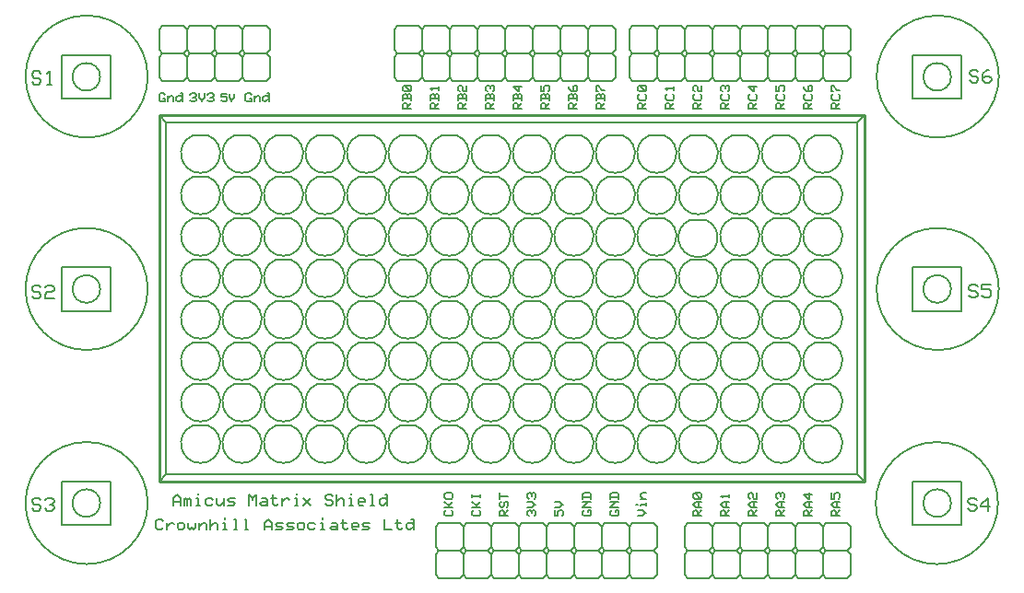
<source format=gbr>
G04 GERBER ASCII OUTPUT FROM: EDWINXP (VER. 1.61 REV. 20080315)*
G04 GERBER FORMAT: RX-274-X*
G04 BOARD: AMICUS_LED_SHIELD*
G04 ARTWORK OF COMP.PRINT POSITIVE*
%ASAXBY*%
%FSLAX23Y23*%
%MIA0B0*%
%MOIN*%
%OFA0.0000B0.0000*%
%SFA1B1*%
%IJA0B0*%
%INLAYER0POS*%
%IOA0B0*%
%IPPOS*%
%IR0*%
G04 APERTURE MACROS*
%AMEDWDONUT*
1,1,$1,$2,$3*
1,0,$4,$2,$3*
%
%AMEDWFRECT*
20,1,$1,$2,$3,$4,$5,$6*
%
%AMEDWORECT*
20,1,$1,$2,$3,$4,$5,$10*
20,1,$1,$4,$5,$6,$7,$10*
20,1,$1,$6,$7,$8,$9,$10*
20,1,$1,$8,$9,$2,$3,$10*
1,1,$1,$2,$3*
1,1,$1,$4,$5*
1,1,$1,$6,$7*
1,1,$1,$8,$9*
%
%AMEDWLINER*
20,1,$1,$2,$3,$4,$5,$6*
1,1,$1,$2,$3*
1,1,$1,$4,$5*
%
%AMEDWFTRNG*
4,1,3,$1,$2,$3,$4,$5,$6,$7,$8,$9*
%
%AMEDWATRNG*
4,1,3,$1,$2,$3,$4,$5,$6,$7,$8,$9*
20,1,$11,$1,$2,$3,$4,$10*
20,1,$11,$3,$4,$5,$6,$10*
20,1,$11,$5,$6,$7,$8,$10*
1,1,$11,$3,$4*
1,1,$11,$5,$6*
1,1,$11,$7,$8*
%
%AMEDWOTRNG*
20,1,$1,$2,$3,$4,$5,$8*
20,1,$1,$4,$5,$6,$7,$8*
20,1,$1,$6,$7,$2,$3,$8*
1,1,$1,$2,$3*
1,1,$1,$4,$5*
1,1,$1,$6,$7*
%
G04*
G04 APERTURE LIST*
%ADD10R,0.0860X0.0860*%
%ADD11R,0.1100X0.1100*%
%ADD12R,0.0700X0.0700*%
%ADD13R,0.0940X0.0940*%
%ADD14R,0.06693X0.04724*%
%ADD15R,0.09093X0.07124*%
%ADD16R,0.05906X0.03937*%
%ADD17R,0.08306X0.06337*%
%ADD18R,0.0460X0.0500*%
%ADD19R,0.0700X0.0740*%
%ADD20R,0.0400X0.0440*%
%ADD21R,0.0640X0.0680*%
%ADD22R,0.0500X0.0460*%
%ADD23R,0.0740X0.0700*%
%ADD24R,0.0440X0.0400*%
%ADD25R,0.0680X0.0640*%
%ADD26R,0.0350X0.0900*%
%ADD27R,0.0590X0.1140*%
%ADD28R,0.0250X0.0800*%
%ADD29R,0.0490X0.1040*%
%ADD30C,0.00039*%
%ADD32C,0.0010*%
%ADD34C,0.00118*%
%ADD36C,0.0020*%
%ADD37R,0.0020X0.0020*%
%ADD38C,0.00295*%
%ADD39R,0.00295X0.00295*%
%ADD40C,0.0030*%
%ADD41R,0.0030X0.0030*%
%ADD42C,0.0040*%
%ADD43R,0.0040X0.0040*%
%ADD44C,0.00412*%
%ADD45R,0.00412X0.00412*%
%ADD46C,0.00468*%
%ADD47R,0.00468X0.00468*%
%ADD48C,0.00472*%
%ADD50C,0.0050*%
%ADD51R,0.0050X0.0050*%
%ADD52C,0.00512*%
%ADD53R,0.00512X0.00512*%
%ADD54C,0.00529*%
%ADD55R,0.00529X0.00529*%
%ADD56C,0.00591*%
%ADD57R,0.00591X0.00591*%
%ADD58C,0.00647*%
%ADD59R,0.00647X0.00647*%
%ADD60C,0.00659*%
%ADD61R,0.00659X0.00659*%
%ADD62C,0.00702*%
%ADD63R,0.00702X0.00702*%
%ADD64C,0.00706*%
%ADD65R,0.00706X0.00706*%
%ADD66C,0.0076*%
%ADD67R,0.0076X0.0076*%
%ADD68C,0.00787*%
%ADD69R,0.00787X0.00787*%
%ADD70C,0.00799*%
%ADD72C,0.0080*%
%ADD74C,0.00866*%
%ADD76C,0.00935*%
%ADD77R,0.00935X0.00935*%
%ADD78C,0.00984*%
%ADD79R,0.00984X0.00984*%
%ADD80C,0.00993*%
%ADD81R,0.00993X0.00993*%
%ADD82C,0.0100*%
%ADD83R,0.0100X0.0100*%
%ADD84C,0.01052*%
%ADD85R,0.01052X0.01052*%
%ADD86C,0.0111*%
%ADD87R,0.0111X0.0111*%
%ADD88C,0.01111*%
%ADD89R,0.01111X0.01111*%
%ADD90C,0.01169*%
%ADD91R,0.01169X0.01169*%
%ADD92C,0.01181*%
%ADD94C,0.0120*%
%ADD96C,0.0130*%
%ADD98C,0.01344*%
%ADD99R,0.01344X0.01344*%
%ADD100C,0.01345*%
%ADD101R,0.01345X0.01345*%
%ADD102C,0.01348*%
%ADD103R,0.01348X0.01348*%
%ADD104C,0.01403*%
%ADD105R,0.01403X0.01403*%
%ADD106C,0.01462*%
%ADD107R,0.01462X0.01462*%
%ADD108C,0.0150*%
%ADD109R,0.0150X0.0150*%
%ADD110C,0.01519*%
%ADD111R,0.01519X0.01519*%
%ADD112C,0.01575*%
%ADD114C,0.01579*%
%ADD115R,0.01579X0.01579*%
%ADD116C,0.0160*%
%ADD118C,0.01694*%
%ADD119R,0.01694X0.01694*%
%ADD120C,0.01699*%
%ADD121R,0.01699X0.01699*%
%ADD122C,0.01753*%
%ADD123R,0.01753X0.01753*%
%ADD124C,0.01754*%
%ADD125R,0.01754X0.01754*%
%ADD126C,0.0187*%
%ADD127R,0.0187X0.0187*%
%ADD128C,0.01871*%
%ADD129R,0.01871X0.01871*%
%ADD130C,0.01929*%
%ADD131R,0.01929X0.01929*%
%ADD132C,0.01969*%
%ADD133R,0.01969X0.01969*%
%ADD134C,0.02103*%
%ADD135R,0.02103X0.02103*%
%ADD136C,0.02105*%
%ADD137R,0.02105X0.02105*%
%ADD138C,0.02162*%
%ADD139R,0.02162X0.02162*%
%ADD140C,0.02163*%
%ADD141R,0.02163X0.02163*%
%ADD142C,0.02222*%
%ADD143R,0.02222X0.02222*%
%ADD144C,0.0228*%
%ADD145R,0.0228X0.0228*%
%ADD146C,0.02339*%
%ADD147R,0.02339X0.02339*%
%ADD148C,0.02362*%
%ADD149R,0.02362X0.02362*%
%ADD150C,0.0240*%
%ADD151R,0.0240X0.0240*%
%ADD152C,0.0240*%
%ADD153R,0.0240X0.0240*%
%ADD154C,0.02456*%
%ADD155R,0.02456X0.02456*%
%ADD156C,0.0250*%
%ADD157R,0.0250X0.0250*%
%ADD158C,0.02571*%
%ADD159R,0.02571X0.02571*%
%ADD160C,0.02688*%
%ADD161R,0.02688X0.02688*%
%ADD162C,0.02804*%
%ADD163R,0.02804X0.02804*%
%ADD164C,0.02868*%
%ADD165R,0.02868X0.02868*%
%ADD166C,0.0290*%
%ADD168C,0.02921*%
%ADD169R,0.02921X0.02921*%
%ADD170C,0.02991*%
%ADD171R,0.02991X0.02991*%
%ADD172C,0.0300*%
%ADD173R,0.0300X0.0300*%
%ADD174C,0.03038*%
%ADD175R,0.03038X0.03038*%
%ADD176C,0.03059*%
%ADD177R,0.03059X0.03059*%
%ADD178C,0.03102*%
%ADD179R,0.03102X0.03102*%
%ADD180C,0.03155*%
%ADD181R,0.03155X0.03155*%
%ADD182C,0.0316*%
%ADD183R,0.0316X0.0316*%
%ADD184C,0.03187*%
%ADD185R,0.03187X0.03187*%
%ADD186C,0.03199*%
%ADD187R,0.03199X0.03199*%
%ADD188C,0.0320*%
%ADD189R,0.0320X0.0320*%
%ADD190C,0.03266*%
%ADD192C,0.03272*%
%ADD193R,0.03272X0.03272*%
%ADD194C,0.0333*%
%ADD195R,0.0333X0.0333*%
%ADD196C,0.03335*%
%ADD197R,0.03335X0.03335*%
%ADD198C,0.03384*%
%ADD199R,0.03384X0.03384*%
%ADD200C,0.03391*%
%ADD201R,0.03391X0.03391*%
%ADD202C,0.03393*%
%ADD203R,0.03393X0.03393*%
%ADD204C,0.03452*%
%ADD205R,0.03452X0.03452*%
%ADD206C,0.0350*%
%ADD207R,0.0350X0.0350*%
%ADD208C,0.03506*%
%ADD209R,0.03506X0.03506*%
%ADD210C,0.0351*%
%ADD211R,0.0351X0.0351*%
%ADD212C,0.03511*%
%ADD213R,0.03511X0.03511*%
%ADD214C,0.03569*%
%ADD215R,0.03569X0.03569*%
%ADD216C,0.03581*%
%ADD218C,0.0360*%
%ADD220C,0.0370*%
%ADD222C,0.03739*%
%ADD223R,0.03739X0.03739*%
%ADD224C,0.03744*%
%ADD225R,0.03744X0.03744*%
%ADD226C,0.03745*%
%ADD227R,0.03745X0.03745*%
%ADD228C,0.03803*%
%ADD229R,0.03803X0.03803*%
%ADD230C,0.03862*%
%ADD231R,0.03862X0.03862*%
%ADD232C,0.0390*%
%ADD233R,0.0390X0.0390*%
%ADD234C,0.03919*%
%ADD235R,0.03919X0.03919*%
%ADD236C,0.03937*%
%ADD237R,0.03937X0.03937*%
%ADD238C,0.03973*%
%ADD239R,0.03973X0.03973*%
%ADD240C,0.03975*%
%ADD242C,0.03979*%
%ADD243R,0.03979X0.03979*%
%ADD244C,0.0400*%
%ADD245R,0.0400X0.0400*%
%ADD246C,0.0409*%
%ADD247R,0.0409X0.0409*%
%ADD248C,0.04094*%
%ADD249R,0.04094X0.04094*%
%ADD250C,0.04153*%
%ADD251R,0.04153X0.04153*%
%ADD252C,0.04154*%
%ADD253R,0.04154X0.04154*%
%ADD254C,0.04173*%
%ADD255R,0.04173X0.04173*%
%ADD256C,0.04209*%
%ADD257R,0.04209X0.04209*%
%ADD258C,0.0427*%
%ADD259R,0.0427X0.0427*%
%ADD260C,0.04271*%
%ADD261R,0.04271X0.04271*%
%ADD262C,0.04329*%
%ADD263R,0.04329X0.04329*%
%ADD264C,0.04385*%
%ADD265R,0.04385X0.04385*%
%ADD266C,0.0444*%
%ADD267R,0.0444X0.0444*%
%ADD268C,0.0450*%
%ADD269R,0.0450X0.0450*%
%ADD270C,0.04503*%
%ADD271R,0.04503X0.04503*%
%ADD272C,0.04505*%
%ADD273R,0.04505X0.04505*%
%ADD274C,0.04562*%
%ADD275R,0.04562X0.04562*%
%ADD276C,0.04563*%
%ADD277R,0.04563X0.04563*%
%ADD278C,0.04622*%
%ADD279R,0.04622X0.04622*%
%ADD280C,0.0468*%
%ADD281R,0.0468X0.0468*%
%ADD282C,0.0470*%
%ADD283R,0.0470X0.0470*%
%ADD284C,0.04739*%
%ADD285R,0.04739X0.04739*%
%ADD286C,0.04762*%
%ADD287R,0.04762X0.04762*%
%ADD288C,0.04856*%
%ADD289R,0.04856X0.04856*%
%ADD290C,0.0490*%
%ADD291R,0.0490X0.0490*%
%ADD292C,0.04908*%
%ADD293R,0.04908X0.04908*%
%ADD294C,0.04971*%
%ADD295R,0.04971X0.04971*%
%ADD296C,0.0500*%
%ADD297R,0.0500X0.0500*%
%ADD298C,0.05025*%
%ADD299R,0.05025X0.05025*%
%ADD300C,0.05088*%
%ADD301R,0.05088X0.05088*%
%ADD302C,0.05118*%
%ADD303R,0.05118X0.05118*%
%ADD304C,0.05141*%
%ADD305R,0.05141X0.05141*%
%ADD306C,0.05145*%
%ADD307R,0.05145X0.05145*%
%ADD308C,0.05204*%
%ADD309R,0.05204X0.05204*%
%ADD310C,0.05258*%
%ADD311R,0.05258X0.05258*%
%ADD312C,0.05321*%
%ADD313R,0.05321X0.05321*%
%ADD314C,0.05375*%
%ADD315R,0.05375X0.05375*%
%ADD316C,0.05438*%
%ADD317R,0.05438X0.05438*%
%ADD318C,0.0550*%
%ADD319R,0.0550X0.0550*%
%ADD320C,0.05555*%
%ADD321R,0.05555X0.05555*%
%ADD322C,0.0560*%
%ADD323R,0.0560X0.0560*%
%ADD324C,0.05613*%
%ADD325R,0.05613X0.05613*%
%ADD326C,0.05672*%
%ADD327R,0.05672X0.05672*%
%ADD328C,0.0570*%
%ADD329R,0.0570X0.0570*%
%ADD330C,0.05726*%
%ADD331R,0.05726X0.05726*%
%ADD332C,0.0573*%
%ADD333R,0.0573X0.0573*%
%ADD334C,0.05788*%
%ADD335R,0.05788X0.05788*%
%ADD336C,0.05791*%
%ADD337R,0.05791X0.05791*%
%ADD338C,0.05846*%
%ADD339R,0.05846X0.05846*%
%ADD340C,0.0590*%
%ADD341R,0.0590X0.0590*%
%ADD342C,0.05905*%
%ADD343R,0.05905X0.05905*%
%ADD344C,0.05906*%
%ADD345R,0.05906X0.05906*%
%ADD346C,0.0600*%
%ADD347R,0.0600X0.0600*%
%ADD348C,0.06139*%
%ADD349R,0.06139X0.06139*%
%ADD350C,0.0620*%
%ADD351R,0.0620X0.0620*%
%ADD352C,0.06201*%
%ADD353R,0.06201X0.06201*%
%ADD354C,0.06373*%
%ADD355R,0.06373X0.06373*%
%ADD356C,0.06485*%
%ADD357R,0.06485X0.06485*%
%ADD358C,0.0649*%
%ADD359R,0.0649X0.0649*%
%ADD360C,0.0650*%
%ADD361R,0.0650X0.0650*%
%ADD362C,0.06609*%
%ADD363R,0.06609X0.06609*%
%ADD364C,0.06693*%
%ADD365R,0.06693X0.06693*%
%ADD366C,0.06785*%
%ADD367R,0.06785X0.06785*%
%ADD368C,0.0684*%
%ADD369R,0.0684X0.0684*%
%ADD370C,0.0690*%
%ADD371R,0.0690X0.0690*%
%ADD372C,0.06906*%
%ADD373R,0.06906X0.06906*%
%ADD374C,0.06953*%
%ADD375R,0.06953X0.06953*%
%ADD376C,0.0700*%
%ADD377R,0.0700X0.0700*%
%ADD378C,0.0710*%
%ADD379R,0.0710X0.0710*%
%ADD380C,0.07308*%
%ADD381R,0.07308X0.07308*%
%ADD382C,0.0740*%
%ADD383R,0.0740X0.0740*%
%ADD384C,0.07425*%
%ADD385R,0.07425X0.07425*%
%ADD386C,0.0750*%
%ADD387R,0.0750X0.0750*%
%ADD388C,0.07541*%
%ADD389R,0.07541X0.07541*%
%ADD390C,0.07545*%
%ADD391R,0.07545X0.07545*%
%ADD392C,0.07598*%
%ADD394C,0.0760*%
%ADD396C,0.07658*%
%ADD397R,0.07658X0.07658*%
%ADD398C,0.07775*%
%ADD399R,0.07775X0.07775*%
%ADD400C,0.07874*%
%ADD402C,0.0790*%
%ADD403R,0.0790X0.0790*%
%ADD404C,0.0800*%
%ADD405R,0.0800X0.0800*%
%ADD406C,0.08013*%
%ADD407R,0.08013X0.08013*%
%ADD408C,0.0810*%
%ADD409R,0.0810X0.0810*%
%ADD410C,0.08126*%
%ADD411R,0.08126X0.08126*%
%ADD412C,0.08188*%
%ADD413R,0.08188X0.08188*%
%ADD414C,0.08246*%
%ADD415R,0.08246X0.08246*%
%ADD416C,0.08296*%
%ADD417R,0.08296X0.08296*%
%ADD418C,0.08305*%
%ADD419R,0.08305X0.08305*%
%ADD420C,0.08306*%
%ADD421R,0.08306X0.08306*%
%ADD422C,0.0840*%
%ADD423R,0.0840X0.0840*%
%ADD424C,0.08598*%
%ADD426C,0.0860*%
%ADD427R,0.0860X0.0860*%
%ADD428C,0.08601*%
%ADD429R,0.08601X0.08601*%
%ADD430C,0.0870*%
%ADD431R,0.0870X0.0870*%
%ADD432C,0.08828*%
%ADD433R,0.08828X0.08828*%
%ADD434C,0.08885*%
%ADD435R,0.08885X0.08885*%
%ADD436C,0.0890*%
%ADD437R,0.0890X0.0890*%
%ADD438C,0.0900*%
%ADD439R,0.0900X0.0900*%
%ADD440C,0.09062*%
%ADD441R,0.09062X0.09062*%
%ADD442C,0.09093*%
%ADD443R,0.09093X0.09093*%
%ADD444C,0.09237*%
%ADD445R,0.09237X0.09237*%
%ADD446C,0.09353*%
%ADD447R,0.09353X0.09353*%
%ADD448C,0.0940*%
%ADD449R,0.0940X0.0940*%
%ADD450C,0.0970*%
%ADD451R,0.0970X0.0970*%
%ADD452C,0.09705*%
%ADD453R,0.09705X0.09705*%
%ADD454C,0.09843*%
%ADD455R,0.09843X0.09843*%
%ADD456C,0.0990*%
%ADD457R,0.0990X0.0990*%
%ADD458C,0.09998*%
%ADD460C,0.1000*%
%ADD461R,0.1000X0.1000*%
%ADD462C,0.10274*%
%ADD464C,0.1040*%
%ADD465R,0.1040X0.1040*%
%ADD466C,0.10465*%
%ADD467R,0.10465X0.10465*%
%ADD468C,0.10696*%
%ADD469R,0.10696X0.10696*%
%ADD470C,0.10998*%
%ADD472C,0.1100*%
%ADD473R,0.1100X0.1100*%
%ADD474C,0.1110*%
%ADD475R,0.1110X0.1110*%
%ADD476C,0.1120*%
%ADD477R,0.1120X0.1120*%
%ADD478C,0.11228*%
%ADD479R,0.11228X0.11228*%
%ADD480C,0.1140*%
%ADD481R,0.1140X0.1140*%
%ADD482C,0.11462*%
%ADD483R,0.11462X0.11462*%
%ADD484C,0.1150*%
%ADD485R,0.1150X0.1150*%
%ADD486C,0.11637*%
%ADD487R,0.11637X0.11637*%
%ADD488C,0.1200*%
%ADD489R,0.1200X0.1200*%
%ADD490C,0.1210*%
%ADD491R,0.1210X0.1210*%
%ADD492C,0.12105*%
%ADD493R,0.12105X0.12105*%
%ADD494C,0.1240*%
%ADD495R,0.1240X0.1240*%
%ADD496C,0.1250*%
%ADD497R,0.1250X0.1250*%
%ADD498C,0.12865*%
%ADD499R,0.12865X0.12865*%
%ADD500C,0.12992*%
%ADD501R,0.12992X0.12992*%
%ADD502C,0.1300*%
%ADD503R,0.1300X0.1300*%
%ADD504C,0.13204*%
%ADD505R,0.13204X0.13204*%
%ADD506C,0.1340*%
%ADD507R,0.1340X0.1340*%
%ADD508C,0.13798*%
%ADD509R,0.13798X0.13798*%
%ADD510C,0.1390*%
%ADD511R,0.1390X0.1390*%
%ADD512C,0.1420*%
%ADD513R,0.1420X0.1420*%
%ADD514C,0.1440*%
%ADD515R,0.1440X0.1440*%
%ADD516C,0.1490*%
%ADD517R,0.1490X0.1490*%
%ADD518C,0.1520*%
%ADD519R,0.1520X0.1520*%
%ADD520C,0.15374*%
%ADD521R,0.15374X0.15374*%
%ADD522C,0.1540*%
%ADD523R,0.1540X0.1540*%
%ADD524C,0.15604*%
%ADD525R,0.15604X0.15604*%
%ADD526C,0.16198*%
%ADD527R,0.16198X0.16198*%
%ADD528C,0.1660*%
%ADD529R,0.1660X0.1660*%
%ADD530C,0.17323*%
%ADD532C,0.1760*%
%ADD533R,0.1760X0.1760*%
%ADD534C,0.17774*%
%ADD535R,0.17774X0.17774*%
%ADD536C,0.18504*%
%ADD538C,0.18898*%
%ADD540C,0.20904*%
%ADD542C,0.2126*%
%ADD544C,0.21298*%
%ADD546C,0.22217*%
%ADD547R,0.22217X0.22217*%
%ADD548C,0.22835*%
%ADD551R,0.23622X0.23622*%
%ADD553R,0.24617X0.24617*%
%ADD555R,0.24937X0.24937*%
%ADD557R,0.25257X0.25257*%
%ADD559R,0.26022X0.26022*%
%ADD561R,0.27337X0.27337*%
%ADD563R,0.27657X0.27657*%
%ADD565R,0.31496X0.31496*%
%ADD567R,0.32811X0.32811*%
%ADD569R,0.33266X0.33266*%
%ADD571R,0.33896X0.33896*%
%ADD573R,0.35211X0.35211*%
%ADD575R,0.35666X0.35666*%
%ADD577R,0.36574X0.36574*%
%ADD579R,0.38974X0.38974*%
%ADD581R,1.90361X1.90361*%
%ADD583R,1.92761X1.92761*%
G04*
D56* 
X1141Y603D02*
X1084Y603D01*
G75*
G01X1084Y603D02*
G03X1140Y603I28J-65D01*
G01*
X1141Y753D02*
X1084Y753D01*
G75*
G01X1084Y753D02*
G03X1140Y753I28J-65D01*
G01*
X1141Y903D02*
X1084Y903D01*
G75*
G01X1084Y903D02*
G03X1140Y903I28J-65D01*
G01*
X1141Y1053D02*
X1084Y1053D01*
G75*
G01X1084Y1053D02*
G03X1140Y1053I28J-65D01*
G01*
X1141Y1203D02*
X1084Y1203D01*
G75*
G01X1084Y1203D02*
G03X1140Y1203I28J-65D01*
G01*
D50* 
X2213Y1963D02*
X2213Y2038D01*
X2225Y2050D02*
X2300Y2050D01*
X2313Y2038D02*
X2313Y1963D01*
X2225Y1950D02*
X2300Y1950D01*
X2313Y1963D01*
X2313Y2038D02*
X2300Y2050D01*
X2225Y2050D02*
X2213Y2038D01*
X2213Y1963D02*
X2225Y1950D01*
X2413Y2038D02*
X2413Y1963D01*
X2513Y2038D02*
X2513Y1963D01*
X2613Y2038D02*
X2613Y1963D01*
X2713Y2038D02*
X2713Y1963D01*
X2813Y2038D02*
X2813Y1963D01*
X2913Y2038D02*
X2913Y1963D01*
X3013Y2038D02*
X3013Y1963D01*
X2325Y2050D02*
X2400Y2050D01*
X2425Y2050D02*
X2500Y2050D01*
X2425Y1950D02*
X2500Y1950D01*
X2325Y1950D02*
X2400Y1950D01*
X2525Y1950D02*
X2600Y1950D01*
X2525Y2050D02*
X2600Y2050D01*
X2625Y2050D02*
X2700Y2050D01*
X2625Y1950D02*
X2700Y1950D01*
X2725Y1950D02*
X2800Y1950D01*
X2725Y2050D02*
X2800Y2050D01*
X2825Y2050D02*
X2900Y2050D01*
X2825Y1950D02*
X2900Y1950D01*
X2925Y1950D02*
X3000Y1950D01*
X2925Y2050D02*
X3000Y2050D01*
X2325Y2050D02*
X2313Y2038D01*
X2425Y2050D02*
X2413Y2038D01*
X2525Y2050D02*
X2513Y2038D01*
X2625Y2050D02*
X2613Y2038D01*
X2513Y1963D02*
X2500Y1950D01*
X2413Y1963D02*
X2400Y1950D01*
X2613Y1963D02*
X2600Y1950D01*
X2713Y1963D02*
X2700Y1950D01*
X2725Y2050D02*
X2713Y2038D01*
X2813Y1963D02*
X2800Y1950D01*
X2825Y2050D02*
X2813Y2038D01*
X2925Y2050D02*
X2913Y2038D01*
X3013Y1963D02*
X3000Y1950D01*
X2913Y1963D02*
X2900Y1950D01*
X2900Y2050D02*
X2913Y2038D01*
X2913Y1963D02*
X2925Y1950D01*
X3000Y2050D02*
X3013Y2038D01*
X2800Y2050D02*
X2813Y2038D01*
X2813Y1963D02*
X2825Y1950D01*
X2713Y1963D02*
X2725Y1950D01*
X2700Y2050D02*
X2713Y2038D01*
X2613Y1963D02*
X2625Y1950D01*
X2600Y2050D02*
X2613Y2038D01*
X2500Y2050D02*
X2513Y2038D01*
X2513Y1963D02*
X2525Y1950D01*
X2413Y1963D02*
X2425Y1950D01*
X2400Y2050D02*
X2413Y2038D01*
X2313Y1963D02*
X2325Y1950D01*
X1713Y63D02*
X1713Y138D01*
X1725Y150D02*
X1800Y150D01*
X1813Y138D02*
X1813Y63D01*
X1725Y50D02*
X1800Y50D01*
X1813Y63D01*
X1813Y138D02*
X1800Y150D01*
X1725Y150D02*
X1713Y138D01*
X1713Y63D02*
X1725Y50D01*
X1913Y138D02*
X1913Y63D01*
X2013Y138D02*
X2013Y63D01*
X2113Y138D02*
X2113Y63D01*
X2213Y138D02*
X2213Y63D01*
X2313Y138D02*
X2313Y63D01*
X1825Y150D02*
X1900Y150D01*
X1925Y150D02*
X2000Y150D01*
X1925Y50D02*
X2000Y50D01*
X1825Y50D02*
X1900Y50D01*
X2025Y50D02*
X2100Y50D01*
X2025Y150D02*
X2100Y150D01*
X2125Y150D02*
X2200Y150D01*
X2125Y50D02*
X2200Y50D01*
X2225Y50D02*
X2300Y50D01*
X2225Y150D02*
X2300Y150D01*
X1825Y150D02*
X1813Y138D01*
X1925Y150D02*
X1913Y138D01*
X2025Y150D02*
X2013Y138D01*
X2125Y150D02*
X2113Y138D01*
X2013Y63D02*
X2000Y50D01*
X1913Y63D02*
X1900Y50D01*
X2113Y63D02*
X2100Y50D01*
X2213Y63D02*
X2200Y50D01*
X2225Y150D02*
X2213Y138D01*
X2313Y63D02*
X2300Y50D01*
X2300Y150D02*
X2313Y138D01*
X2213Y63D02*
X2225Y50D01*
X2200Y150D02*
X2213Y138D01*
X2113Y63D02*
X2125Y50D01*
X2100Y150D02*
X2113Y138D01*
X2000Y150D02*
X2013Y138D01*
X2013Y63D02*
X2025Y50D01*
X1913Y63D02*
X1925Y50D01*
X1900Y150D02*
X1913Y138D01*
X1813Y63D02*
X1825Y50D01*
X1363Y1963D02*
X1363Y2038D01*
X1375Y2050D02*
X1450Y2050D01*
X1463Y2038D02*
X1463Y1963D01*
X1375Y1950D02*
X1450Y1950D01*
X1463Y1963D01*
X1463Y2038D02*
X1450Y2050D01*
X1375Y2050D02*
X1363Y2038D01*
X1363Y1963D02*
X1375Y1950D01*
X1563Y2038D02*
X1563Y1963D01*
X1663Y2038D02*
X1663Y1963D01*
X1763Y2038D02*
X1763Y1963D01*
X1863Y2038D02*
X1863Y1963D01*
X1963Y2038D02*
X1963Y1963D01*
X2063Y2038D02*
X2063Y1963D01*
X2163Y2038D02*
X2163Y1963D01*
X1475Y2050D02*
X1550Y2050D01*
X1575Y2050D02*
X1650Y2050D01*
X1575Y1950D02*
X1650Y1950D01*
X1475Y1950D02*
X1550Y1950D01*
X1675Y1950D02*
X1750Y1950D01*
X1675Y2050D02*
X1750Y2050D01*
X1775Y2050D02*
X1850Y2050D01*
X1775Y1950D02*
X1850Y1950D01*
X1875Y1950D02*
X1950Y1950D01*
X1875Y2050D02*
X1950Y2050D01*
X1975Y2050D02*
X2050Y2050D01*
X1975Y1950D02*
X2050Y1950D01*
X2075Y1950D02*
X2150Y1950D01*
X2075Y2050D02*
X2150Y2050D01*
X1475Y2050D02*
X1463Y2038D01*
X1575Y2050D02*
X1563Y2038D01*
X1675Y2050D02*
X1663Y2038D01*
X1775Y2050D02*
X1763Y2038D01*
X1663Y1963D02*
X1650Y1950D01*
X1563Y1963D02*
X1550Y1950D01*
X1763Y1963D02*
X1750Y1950D01*
X1863Y1963D02*
X1850Y1950D01*
X1875Y2050D02*
X1863Y2038D01*
X1963Y1963D02*
X1950Y1950D01*
X1975Y2050D02*
X1963Y2038D01*
X2075Y2050D02*
X2063Y2038D01*
X2163Y1963D02*
X2150Y1950D01*
X2063Y1963D02*
X2050Y1950D01*
X2050Y2050D02*
X2063Y2038D01*
X2063Y1963D02*
X2075Y1950D01*
X2150Y2050D02*
X2163Y2038D01*
X1950Y2050D02*
X1963Y2038D01*
X1963Y1963D02*
X1975Y1950D01*
X1863Y1963D02*
X1875Y1950D01*
X1850Y2050D02*
X1863Y2038D01*
X1763Y1963D02*
X1775Y1950D01*
X1750Y2050D02*
X1763Y2038D01*
X1650Y2050D02*
X1663Y2038D01*
X1663Y1963D02*
X1675Y1950D01*
X1563Y1963D02*
X1575Y1950D01*
X1550Y2050D02*
X1563Y2038D01*
X1463Y1963D02*
X1475Y1950D01*
X2413Y63D02*
X2413Y138D01*
X2425Y150D02*
X2500Y150D01*
X2513Y138D02*
X2513Y63D01*
X2425Y50D02*
X2500Y50D01*
X2513Y63D01*
X2513Y138D02*
X2500Y150D01*
X2425Y150D02*
X2413Y138D01*
X2413Y63D02*
X2425Y50D01*
X2613Y138D02*
X2613Y63D01*
X2713Y138D02*
X2713Y63D01*
X2813Y138D02*
X2813Y63D01*
X2913Y138D02*
X2913Y63D01*
X3013Y138D02*
X3013Y63D01*
X2525Y150D02*
X2600Y150D01*
X2625Y150D02*
X2700Y150D01*
X2625Y50D02*
X2700Y50D01*
X2525Y50D02*
X2600Y50D01*
X2725Y50D02*
X2800Y50D01*
X2725Y150D02*
X2800Y150D01*
X2825Y150D02*
X2900Y150D01*
X2825Y50D02*
X2900Y50D01*
X2925Y50D02*
X3000Y50D01*
X2925Y150D02*
X3000Y150D01*
X2525Y150D02*
X2513Y138D01*
X2625Y150D02*
X2613Y138D01*
X2725Y150D02*
X2713Y138D01*
X2825Y150D02*
X2813Y138D01*
X2713Y63D02*
X2700Y50D01*
X2613Y63D02*
X2600Y50D01*
X2813Y63D02*
X2800Y50D01*
X2913Y63D02*
X2900Y50D01*
X2925Y150D02*
X2913Y138D01*
X3013Y63D02*
X3000Y50D01*
X3000Y150D02*
X3013Y138D01*
X2913Y63D02*
X2925Y50D01*
X2900Y150D02*
X2913Y138D01*
X2813Y63D02*
X2825Y50D01*
X2800Y150D02*
X2813Y138D01*
X2700Y150D02*
X2713Y138D01*
X2713Y63D02*
X2725Y50D01*
X2613Y63D02*
X2625Y50D01*
X2600Y150D02*
X2613Y138D01*
X2513Y63D02*
X2525Y50D01*
X1513Y238D02*
X1513Y163D01*
X1613Y163D02*
X1613Y238D01*
X1713Y163D02*
X1713Y238D01*
X1700Y150D02*
X1625Y150D01*
X1700Y250D02*
X1625Y250D01*
X1600Y250D02*
X1525Y250D01*
X1600Y150D02*
X1525Y150D01*
X1513Y163D01*
X1625Y150D02*
X1613Y163D01*
X1613Y238D02*
X1600Y250D01*
X1713Y238D02*
X1700Y250D01*
X1713Y163D02*
X1700Y150D01*
X1613Y163D02*
X1600Y150D01*
X1625Y250D02*
X1613Y238D01*
X1525Y250D02*
X1513Y238D01*
X1713Y163D02*
X1713Y238D01*
X1725Y250D02*
X1800Y250D01*
X1813Y238D02*
X1813Y163D01*
X1725Y150D02*
X1800Y150D01*
X1813Y163D01*
X1813Y238D02*
X1800Y250D01*
X1725Y250D02*
X1713Y238D01*
X1713Y163D02*
X1725Y150D01*
X1913Y238D02*
X1913Y163D01*
X2013Y238D02*
X2013Y163D01*
X2113Y238D02*
X2113Y163D01*
X2213Y238D02*
X2213Y163D01*
X2313Y238D02*
X2313Y163D01*
X1825Y250D02*
X1900Y250D01*
X1925Y250D02*
X2000Y250D01*
X1925Y150D02*
X2000Y150D01*
X1825Y150D02*
X1900Y150D01*
X2025Y150D02*
X2100Y150D01*
X2025Y250D02*
X2100Y250D01*
X2125Y250D02*
X2200Y250D01*
X2125Y150D02*
X2200Y150D01*
X2225Y150D02*
X2300Y150D01*
X2225Y250D02*
X2300Y250D01*
X1825Y250D02*
X1813Y238D01*
X1925Y250D02*
X1913Y238D01*
X2025Y250D02*
X2013Y238D01*
X2125Y250D02*
X2113Y238D01*
X2013Y163D02*
X2000Y150D01*
X1913Y163D02*
X1900Y150D01*
X2113Y163D02*
X2100Y150D01*
X2213Y163D02*
X2200Y150D01*
X2225Y250D02*
X2213Y238D01*
X2313Y163D02*
X2300Y150D01*
X2300Y250D02*
X2313Y238D01*
X2213Y163D02*
X2225Y150D01*
X2200Y250D02*
X2213Y238D01*
X2113Y163D02*
X2125Y150D01*
X2100Y250D02*
X2113Y238D01*
X2000Y250D02*
X2013Y238D01*
X2013Y163D02*
X2025Y150D01*
X1913Y163D02*
X1925Y150D01*
X1900Y250D02*
X1913Y238D01*
X1813Y163D02*
X1825Y150D01*
X513Y1863D02*
X513Y1938D01*
X525Y1950D02*
X600Y1950D01*
X613Y1938D02*
X613Y1863D01*
X525Y1850D02*
X600Y1850D01*
X613Y1863D01*
X613Y1938D02*
X600Y1950D01*
X525Y1950D02*
X513Y1938D01*
X513Y1863D02*
X525Y1850D01*
X713Y1938D02*
X713Y1863D01*
X813Y1938D02*
X813Y1863D01*
X913Y1938D02*
X913Y1863D01*
X625Y1950D02*
X700Y1950D01*
X725Y1950D02*
X800Y1950D01*
X725Y1850D02*
X800Y1850D01*
X625Y1850D02*
X700Y1850D01*
X825Y1850D02*
X900Y1850D01*
X825Y1950D02*
X900Y1950D01*
X625Y1950D02*
X613Y1938D01*
X725Y1950D02*
X713Y1938D01*
X825Y1950D02*
X813Y1938D01*
X813Y1863D02*
X800Y1850D01*
X713Y1863D02*
X700Y1850D01*
X913Y1863D02*
X900Y1850D01*
X900Y1950D02*
X913Y1938D01*
X800Y1950D02*
X813Y1938D01*
X813Y1863D02*
X825Y1850D01*
X713Y1863D02*
X725Y1850D01*
X700Y1950D02*
X713Y1938D01*
X613Y1863D02*
X625Y1850D01*
X2413Y163D02*
X2413Y238D01*
X2425Y250D02*
X2500Y250D01*
X2513Y238D02*
X2513Y163D01*
X2425Y150D02*
X2500Y150D01*
X2513Y163D01*
X2513Y238D02*
X2500Y250D01*
X2425Y250D02*
X2413Y238D01*
X2413Y163D02*
X2425Y150D01*
X2613Y238D02*
X2613Y163D01*
X2713Y238D02*
X2713Y163D01*
X2813Y238D02*
X2813Y163D01*
X2913Y238D02*
X2913Y163D01*
X3013Y238D02*
X3013Y163D01*
X2525Y250D02*
X2600Y250D01*
X2625Y250D02*
X2700Y250D01*
X2625Y150D02*
X2700Y150D01*
X2525Y150D02*
X2600Y150D01*
X2725Y150D02*
X2800Y150D01*
X2725Y250D02*
X2800Y250D01*
X2825Y250D02*
X2900Y250D01*
X2825Y150D02*
X2900Y150D01*
X2925Y150D02*
X3000Y150D01*
X2925Y250D02*
X3000Y250D01*
X2525Y250D02*
X2513Y238D01*
X2625Y250D02*
X2613Y238D01*
X2725Y250D02*
X2713Y238D01*
X2825Y250D02*
X2813Y238D01*
X2713Y163D02*
X2700Y150D01*
X2613Y163D02*
X2600Y150D01*
X2813Y163D02*
X2800Y150D01*
X2913Y163D02*
X2900Y150D01*
X2925Y250D02*
X2913Y238D01*
X3013Y163D02*
X3000Y150D01*
X3000Y250D02*
X3013Y238D01*
X2913Y163D02*
X2925Y150D01*
X2900Y250D02*
X2913Y238D01*
X2813Y163D02*
X2825Y150D01*
X2800Y250D02*
X2813Y238D01*
X2700Y250D02*
X2713Y238D01*
X2713Y163D02*
X2725Y150D01*
X2613Y163D02*
X2625Y150D01*
X2600Y250D02*
X2613Y238D01*
X2513Y163D02*
X2525Y150D01*
X1363Y1863D02*
X1363Y1938D01*
X1375Y1950D02*
X1450Y1950D01*
X1463Y1938D02*
X1463Y1863D01*
X1375Y1850D02*
X1450Y1850D01*
X1463Y1863D01*
X1463Y1938D02*
X1450Y1950D01*
X1375Y1950D02*
X1363Y1938D01*
X1363Y1863D02*
X1375Y1850D01*
X1563Y1938D02*
X1563Y1863D01*
X1663Y1938D02*
X1663Y1863D01*
X1763Y1938D02*
X1763Y1863D01*
X1863Y1938D02*
X1863Y1863D01*
X1963Y1938D02*
X1963Y1863D01*
X2063Y1938D02*
X2063Y1863D01*
X2163Y1938D02*
X2163Y1863D01*
X1475Y1950D02*
X1550Y1950D01*
X1575Y1950D02*
X1650Y1950D01*
X1575Y1850D02*
X1650Y1850D01*
X1475Y1850D02*
X1550Y1850D01*
X1675Y1850D02*
X1750Y1850D01*
X1675Y1950D02*
X1750Y1950D01*
X1775Y1950D02*
X1850Y1950D01*
X1775Y1850D02*
X1850Y1850D01*
X1875Y1850D02*
X1950Y1850D01*
X1875Y1950D02*
X1950Y1950D01*
X1975Y1950D02*
X2050Y1950D01*
X1975Y1850D02*
X2050Y1850D01*
X2075Y1850D02*
X2150Y1850D01*
X2075Y1950D02*
X2150Y1950D01*
X1475Y1950D02*
X1463Y1938D01*
X1575Y1950D02*
X1563Y1938D01*
X1675Y1950D02*
X1663Y1938D01*
X1775Y1950D02*
X1763Y1938D01*
X1663Y1863D02*
X1650Y1850D01*
X1563Y1863D02*
X1550Y1850D01*
X1763Y1863D02*
X1750Y1850D01*
X1863Y1863D02*
X1850Y1850D01*
X1875Y1950D02*
X1863Y1938D01*
X1963Y1863D02*
X1950Y1850D01*
X1975Y1950D02*
X1963Y1938D01*
X2075Y1950D02*
X2063Y1938D01*
X2163Y1863D02*
X2150Y1850D01*
X2063Y1863D02*
X2050Y1850D01*
X2050Y1950D02*
X2063Y1938D01*
X2063Y1863D02*
X2075Y1850D01*
X2150Y1950D02*
X2163Y1938D01*
X1950Y1950D02*
X1963Y1938D01*
X1963Y1863D02*
X1975Y1850D01*
X1863Y1863D02*
X1875Y1850D01*
X1850Y1950D02*
X1863Y1938D01*
X1763Y1863D02*
X1775Y1850D01*
X1750Y1950D02*
X1763Y1938D01*
X1650Y1950D02*
X1663Y1938D01*
X1663Y1863D02*
X1675Y1850D01*
X1563Y1863D02*
X1575Y1850D01*
X1550Y1950D02*
X1563Y1938D01*
X1463Y1863D02*
X1475Y1850D01*
X2213Y1863D02*
X2213Y1938D01*
X2225Y1950D02*
X2300Y1950D01*
X2313Y1938D02*
X2313Y1863D01*
X2225Y1850D02*
X2300Y1850D01*
X2313Y1863D01*
X2313Y1938D02*
X2300Y1950D01*
X2225Y1950D02*
X2213Y1938D01*
X2213Y1863D02*
X2225Y1850D01*
X2413Y1938D02*
X2413Y1863D01*
X2513Y1938D02*
X2513Y1863D01*
X2613Y1938D02*
X2613Y1863D01*
X2713Y1938D02*
X2713Y1863D01*
X2813Y1938D02*
X2813Y1863D01*
X2913Y1938D02*
X2913Y1863D01*
X3013Y1938D02*
X3013Y1863D01*
X2325Y1950D02*
X2400Y1950D01*
X2425Y1950D02*
X2500Y1950D01*
X2425Y1850D02*
X2500Y1850D01*
X2325Y1850D02*
X2400Y1850D01*
X2525Y1850D02*
X2600Y1850D01*
X2525Y1950D02*
X2600Y1950D01*
X2625Y1950D02*
X2700Y1950D01*
X2625Y1850D02*
X2700Y1850D01*
X2725Y1850D02*
X2800Y1850D01*
X2725Y1950D02*
X2800Y1950D01*
X2825Y1950D02*
X2900Y1950D01*
X2825Y1850D02*
X2900Y1850D01*
X2925Y1850D02*
X3000Y1850D01*
X2925Y1950D02*
X3000Y1950D01*
X2325Y1950D02*
X2313Y1938D01*
X2425Y1950D02*
X2413Y1938D01*
X2525Y1950D02*
X2513Y1938D01*
X2625Y1950D02*
X2613Y1938D01*
X2513Y1863D02*
X2500Y1850D01*
X2413Y1863D02*
X2400Y1850D01*
X2613Y1863D02*
X2600Y1850D01*
X2713Y1863D02*
X2700Y1850D01*
X2725Y1950D02*
X2713Y1938D01*
X2813Y1863D02*
X2800Y1850D01*
X2825Y1950D02*
X2813Y1938D01*
X2925Y1950D02*
X2913Y1938D01*
X3013Y1863D02*
X3000Y1850D01*
X2913Y1863D02*
X2900Y1850D01*
X2900Y1950D02*
X2913Y1938D01*
X2913Y1863D02*
X2925Y1850D01*
X3000Y1950D02*
X3013Y1938D01*
X2800Y1950D02*
X2813Y1938D01*
X2813Y1863D02*
X2825Y1850D01*
X2713Y1863D02*
X2725Y1850D01*
X2700Y1950D02*
X2713Y1938D01*
X2613Y1863D02*
X2625Y1850D01*
X2600Y1950D02*
X2613Y1938D01*
X2500Y1950D02*
X2513Y1938D01*
X2513Y1863D02*
X2525Y1850D01*
X2413Y1863D02*
X2425Y1850D01*
X2400Y1950D02*
X2413Y1938D01*
X2313Y1863D02*
X2325Y1850D01*
D56* 
X1141Y1653D02*
X1084Y1653D01*
G75*
G01X1084Y1653D02*
G03X1140Y1653I28J-65D01*
G01*
X1291Y603D02*
X1234Y603D01*
G75*
G01X1234Y603D02*
G03X1290Y603I28J-65D01*
G01*
X1291Y753D02*
X1234Y753D01*
G75*
G01X1234Y753D02*
G03X1290Y753I28J-65D01*
G01*
X1291Y903D02*
X1234Y903D01*
G75*
G01X1234Y903D02*
G03X1290Y903I28J-65D01*
G01*
X1291Y1053D02*
X1234Y1053D01*
G75*
G01X1234Y1053D02*
G03X1290Y1053I28J-65D01*
G01*
X1291Y1203D02*
X1234Y1203D01*
G75*
G01X1234Y1203D02*
G03X1290Y1203I28J-65D01*
G01*
X991Y603D02*
X934Y603D01*
G75*
G01X934Y603D02*
G03X990Y603I28J-65D01*
G01*
X991Y753D02*
X934Y753D01*
G75*
G01X934Y753D02*
G03X990Y753I28J-65D01*
G01*
X991Y903D02*
X934Y903D01*
G75*
G01X934Y903D02*
G03X990Y903I28J-65D01*
G01*
X991Y1053D02*
X934Y1053D01*
G75*
G01X934Y1053D02*
G03X990Y1053I28J-65D01*
G01*
X991Y1203D02*
X934Y1203D01*
G75*
G01X934Y1203D02*
G03X990Y1203I28J-65D01*
G01*
X991Y1353D02*
X934Y1353D01*
G75*
G01X934Y1353D02*
G03X990Y1353I28J-65D01*
G01*
X991Y1503D02*
X934Y1503D01*
G75*
G01X934Y1503D02*
G03X990Y1503I28J-65D01*
G01*
X991Y1653D02*
X934Y1653D01*
G75*
G01X934Y1653D02*
G03X990Y1653I28J-65D01*
G01*
D50* 
G75*
G01X299Y1865D02*
G03X299Y1865I-50J0D01*
G01*
D72* 
X338Y1787D02*
X338Y1944D01*
X160Y1944D01*
X160Y1787D01*
X338Y1787D01*
D56* 
X1591Y903D02*
X1534Y903D01*
G75*
G01X1534Y903D02*
G03X1590Y903I28J-65D01*
G01*
X1591Y1053D02*
X1534Y1053D01*
G75*
G01X1534Y1053D02*
G03X1590Y1053I28J-65D01*
G01*
X1591Y1203D02*
X1534Y1203D01*
G75*
G01X1534Y1203D02*
G03X1590Y1203I28J-65D01*
G01*
X1591Y1353D02*
X1534Y1353D01*
G75*
G01X1534Y1353D02*
G03X1590Y1353I28J-65D01*
G01*
X1591Y1503D02*
X1534Y1503D01*
G75*
G01X1534Y1503D02*
G03X1590Y1503I28J-65D01*
G01*
X1591Y1653D02*
X1534Y1653D01*
G75*
G01X1534Y1653D02*
G03X1590Y1653I28J-65D01*
G01*
X1441Y603D02*
X1384Y603D01*
G75*
G01X1384Y603D02*
G03X1440Y603I28J-65D01*
G01*
X1441Y753D02*
X1384Y753D01*
G75*
G01X1384Y753D02*
G03X1440Y753I28J-65D01*
G01*
X1441Y903D02*
X1384Y903D01*
G75*
G01X1384Y903D02*
G03X1440Y903I28J-65D01*
G01*
X1291Y1353D02*
X1234Y1353D01*
G75*
G01X1234Y1353D02*
G03X1290Y1353I28J-65D01*
G01*
X1291Y1503D02*
X1234Y1503D01*
G75*
G01X1234Y1503D02*
G03X1290Y1503I28J-65D01*
G01*
X1291Y1653D02*
X1234Y1653D01*
G75*
G01X1234Y1653D02*
G03X1290Y1653I28J-65D01*
G01*
X1141Y1353D02*
X1084Y1353D01*
G75*
G01X1084Y1353D02*
G03X1140Y1353I28J-65D01*
G01*
X1141Y1503D02*
X1084Y1503D01*
G75*
G01X1084Y1503D02*
G03X1140Y1503I28J-65D01*
G01*
D50* 
X513Y1963D02*
X513Y2038D01*
X525Y2050D02*
X600Y2050D01*
X613Y2038D02*
X613Y1963D01*
X525Y1950D02*
X600Y1950D01*
X613Y1963D01*
X613Y2038D02*
X600Y2050D01*
X525Y2050D02*
X513Y2038D01*
X513Y1963D02*
X525Y1950D01*
X713Y2038D02*
X713Y1963D01*
X813Y2038D02*
X813Y1963D01*
X913Y2038D02*
X913Y1963D01*
X625Y2050D02*
X700Y2050D01*
X725Y2050D02*
X800Y2050D01*
X725Y1950D02*
X800Y1950D01*
X625Y1950D02*
X700Y1950D01*
X825Y1950D02*
X900Y1950D01*
X825Y2050D02*
X900Y2050D01*
X625Y2050D02*
X613Y2038D01*
X725Y2050D02*
X713Y2038D01*
X825Y2050D02*
X813Y2038D01*
X813Y1963D02*
X800Y1950D01*
X713Y1963D02*
X700Y1950D01*
X913Y1963D02*
X900Y1950D01*
X900Y2050D02*
X913Y2038D01*
X800Y2050D02*
X813Y2038D01*
X813Y1963D02*
X825Y1950D01*
X713Y1963D02*
X725Y1950D01*
X700Y2050D02*
X713Y2038D01*
X613Y1963D02*
X625Y1950D01*
D56* 
X1741Y1653D02*
X1684Y1653D01*
G75*
G01X1684Y1653D02*
G03X1740Y1653I28J-65D01*
G01*
X1891Y603D02*
X1834Y603D01*
G75*
G01X1834Y603D02*
G03X1890Y603I28J-65D01*
G01*
X1891Y753D02*
X1834Y753D01*
G75*
G01X1834Y753D02*
G03X1890Y753I28J-65D01*
G01*
X1891Y903D02*
X1834Y903D01*
G75*
G01X1834Y903D02*
G03X1890Y903I28J-65D01*
G01*
X1891Y1053D02*
X1834Y1053D01*
G75*
G01X1834Y1053D02*
G03X1890Y1053I28J-65D01*
G01*
X1891Y1203D02*
X1834Y1203D01*
G75*
G01X1834Y1203D02*
G03X1890Y1203I28J-65D01*
G01*
X1891Y1353D02*
X1834Y1353D01*
G75*
G01X1834Y1353D02*
G03X1890Y1353I28J-65D01*
G01*
X1891Y1503D02*
X1834Y1503D01*
G75*
G01X1834Y1503D02*
G03X1890Y1503I28J-65D01*
G01*
X1891Y1653D02*
X1834Y1653D01*
G75*
G01X1834Y1653D02*
G03X1890Y1653I28J-65D01*
G01*
X1441Y1053D02*
X1384Y1053D01*
G75*
G01X1384Y1053D02*
G03X1440Y1053I28J-65D01*
G01*
X1441Y1203D02*
X1384Y1203D01*
G75*
G01X1384Y1203D02*
G03X1440Y1203I28J-65D01*
G01*
X1441Y1353D02*
X1384Y1353D01*
G75*
G01X1384Y1353D02*
G03X1440Y1353I28J-65D01*
G01*
X1441Y1503D02*
X1384Y1503D01*
G75*
G01X1384Y1503D02*
G03X1440Y1503I28J-65D01*
G01*
X1441Y1653D02*
X1384Y1653D01*
G75*
G01X1384Y1653D02*
G03X1440Y1653I28J-65D01*
G01*
X1591Y603D02*
X1534Y603D01*
G75*
G01X1534Y603D02*
G03X1590Y603I28J-65D01*
G01*
X1591Y753D02*
X1534Y753D01*
G75*
G01X1534Y753D02*
G03X1590Y753I28J-65D01*
G01*
X2041Y1653D02*
X1984Y1653D01*
G75*
G01X1984Y1653D02*
G03X2040Y1653I28J-65D01*
G01*
X2191Y603D02*
X2134Y603D01*
G75*
G01X2134Y603D02*
G03X2190Y603I28J-65D01*
G01*
X2191Y753D02*
X2134Y753D01*
G75*
G01X2134Y753D02*
G03X2190Y753I28J-65D01*
G01*
X2191Y903D02*
X2134Y903D01*
G75*
G01X2134Y903D02*
G03X2190Y903I28J-65D01*
G01*
X2191Y1053D02*
X2134Y1053D01*
G75*
G01X2134Y1053D02*
G03X2190Y1053I28J-65D01*
G01*
X2191Y1203D02*
X2134Y1203D01*
G75*
G01X2134Y1203D02*
G03X2190Y1203I28J-65D01*
G01*
X2191Y1353D02*
X2134Y1353D01*
G75*
G01X2134Y1353D02*
G03X2190Y1353I28J-65D01*
G01*
X2191Y1503D02*
X2134Y1503D01*
G75*
G01X2134Y1503D02*
G03X2190Y1503I28J-65D01*
G01*
X2191Y1653D02*
X2134Y1653D01*
G75*
G01X2134Y1653D02*
G03X2190Y1653I28J-65D01*
G01*
X1741Y603D02*
X1684Y603D01*
G75*
G01X1684Y603D02*
G03X1740Y603I28J-65D01*
G01*
X1741Y753D02*
X1684Y753D01*
G75*
G01X1684Y753D02*
G03X1740Y753I28J-65D01*
G01*
X1741Y903D02*
X1684Y903D01*
G75*
G01X1684Y903D02*
G03X1740Y903I28J-65D01*
G01*
X1741Y1053D02*
X1684Y1053D01*
G75*
G01X1684Y1053D02*
G03X1740Y1053I28J-65D01*
G01*
X1741Y1203D02*
X1684Y1203D01*
G75*
G01X1684Y1203D02*
G03X1740Y1203I28J-65D01*
G01*
X1741Y1353D02*
X1684Y1353D01*
G75*
G01X1684Y1353D02*
G03X1740Y1353I28J-65D01*
G01*
X1741Y1503D02*
X1684Y1503D01*
G75*
G01X1684Y1503D02*
G03X1740Y1503I28J-65D01*
G01*
X2341Y1653D02*
X2284Y1653D01*
G75*
G01X2284Y1653D02*
G03X2340Y1653I28J-65D01*
G01*
X2491Y603D02*
X2434Y603D01*
G75*
G01X2434Y603D02*
G03X2490Y603I28J-65D01*
G01*
X2491Y753D02*
X2434Y753D01*
G75*
G01X2434Y753D02*
G03X2490Y753I28J-65D01*
G01*
X2491Y903D02*
X2434Y903D01*
G75*
G01X2434Y903D02*
G03X2490Y903I28J-65D01*
G01*
X2491Y1053D02*
X2434Y1053D01*
G75*
G01X2434Y1053D02*
G03X2490Y1053I28J-65D01*
G01*
X2491Y1203D02*
X2434Y1203D01*
G75*
G01X2434Y1203D02*
G03X2490Y1203I28J-65D01*
G01*
X2490Y1348D02*
X2433Y1348D01*
G75*
G01X2433Y1348D02*
G03X2489Y1348I28J-65D01*
G01*
X2491Y1503D02*
X2434Y1503D01*
G75*
G01X2434Y1503D02*
G03X2490Y1503I28J-65D01*
G01*
X2491Y1653D02*
X2434Y1653D01*
G75*
G01X2434Y1653D02*
G03X2490Y1653I28J-65D01*
G01*
X2041Y603D02*
X1984Y603D01*
G75*
G01X1984Y603D02*
G03X2040Y603I28J-65D01*
G01*
X2041Y753D02*
X1984Y753D01*
G75*
G01X1984Y753D02*
G03X2040Y753I28J-65D01*
G01*
X2041Y903D02*
X1984Y903D01*
G75*
G01X1984Y903D02*
G03X2040Y903I28J-65D01*
G01*
X2041Y1053D02*
X1984Y1053D01*
G75*
G01X1984Y1053D02*
G03X2040Y1053I28J-65D01*
G01*
X2041Y1203D02*
X1984Y1203D01*
G75*
G01X1984Y1203D02*
G03X2040Y1203I28J-65D01*
G01*
X2041Y1353D02*
X1984Y1353D01*
G75*
G01X1984Y1353D02*
G03X2040Y1353I28J-65D01*
G01*
X2041Y1503D02*
X1984Y1503D01*
G75*
G01X1984Y1503D02*
G03X2040Y1503I28J-65D01*
G01*
X2641Y1653D02*
X2584Y1653D01*
G75*
G01X2584Y1653D02*
G03X2640Y1653I28J-65D01*
G01*
X2791Y603D02*
X2734Y603D01*
G75*
G01X2734Y603D02*
G03X2790Y603I28J-65D01*
G01*
X2791Y753D02*
X2734Y753D01*
G75*
G01X2734Y753D02*
G03X2790Y753I28J-65D01*
G01*
X2791Y903D02*
X2734Y903D01*
G75*
G01X2734Y903D02*
G03X2790Y903I28J-65D01*
G01*
X2791Y1053D02*
X2734Y1053D01*
G75*
G01X2734Y1053D02*
G03X2790Y1053I28J-65D01*
G01*
X2791Y1203D02*
X2734Y1203D01*
G75*
G01X2734Y1203D02*
G03X2790Y1203I28J-65D01*
G01*
X2791Y1353D02*
X2734Y1353D01*
G75*
G01X2734Y1353D02*
G03X2790Y1353I28J-65D01*
G01*
X2791Y1503D02*
X2734Y1503D01*
G75*
G01X2734Y1503D02*
G03X2790Y1503I28J-65D01*
G01*
X2791Y1653D02*
X2734Y1653D01*
G75*
G01X2734Y1653D02*
G03X2790Y1653I28J-65D01*
G01*
X2341Y603D02*
X2284Y603D01*
G75*
G01X2284Y603D02*
G03X2340Y603I28J-65D01*
G01*
X2341Y753D02*
X2284Y753D01*
G75*
G01X2284Y753D02*
G03X2340Y753I28J-65D01*
G01*
X2341Y903D02*
X2284Y903D01*
G75*
G01X2284Y903D02*
G03X2340Y903I28J-65D01*
G01*
X2341Y1053D02*
X2284Y1053D01*
G75*
G01X2284Y1053D02*
G03X2340Y1053I28J-65D01*
G01*
X2341Y1203D02*
X2284Y1203D01*
G75*
G01X2284Y1203D02*
G03X2340Y1203I28J-65D01*
G01*
X2341Y1353D02*
X2284Y1353D01*
G75*
G01X2284Y1353D02*
G03X2340Y1353I28J-65D01*
G01*
X2341Y1503D02*
X2284Y1503D01*
G75*
G01X2284Y1503D02*
G03X2340Y1503I28J-65D01*
G01*
X2941Y1653D02*
X2884Y1653D01*
G75*
G01X2884Y1653D02*
G03X2940Y1653I28J-65D01*
G01*
X841Y603D02*
X784Y603D01*
G75*
G01X784Y603D02*
G03X840Y603I28J-65D01*
G01*
X841Y753D02*
X784Y753D01*
G75*
G01X784Y753D02*
G03X840Y753I28J-65D01*
G01*
X841Y903D02*
X784Y903D01*
G75*
G01X784Y903D02*
G03X840Y903I28J-65D01*
G01*
X841Y1053D02*
X784Y1053D01*
G75*
G01X784Y1053D02*
G03X840Y1053I28J-65D01*
G01*
X841Y1203D02*
X784Y1203D01*
G75*
G01X784Y1203D02*
G03X840Y1203I28J-65D01*
G01*
X841Y1353D02*
X784Y1353D01*
G75*
G01X784Y1353D02*
G03X840Y1353I28J-65D01*
G01*
X841Y1503D02*
X784Y1503D01*
G75*
G01X784Y1503D02*
G03X840Y1503I28J-65D01*
G01*
X841Y1653D02*
X784Y1653D01*
G75*
G01X784Y1653D02*
G03X840Y1653I28J-65D01*
G01*
X2641Y603D02*
X2584Y603D01*
G75*
G01X2584Y603D02*
G03X2640Y603I28J-65D01*
G01*
X2641Y753D02*
X2584Y753D01*
G75*
G01X2584Y753D02*
G03X2640Y753I28J-65D01*
G01*
X2641Y903D02*
X2584Y903D01*
G75*
G01X2584Y903D02*
G03X2640Y903I28J-65D01*
G01*
X2641Y1053D02*
X2584Y1053D01*
G75*
G01X2584Y1053D02*
G03X2640Y1053I28J-65D01*
G01*
X2641Y1203D02*
X2584Y1203D01*
G75*
G01X2584Y1203D02*
G03X2640Y1203I28J-65D01*
G01*
X2641Y1353D02*
X2584Y1353D01*
G75*
G01X2584Y1353D02*
G03X2640Y1353I28J-65D01*
G01*
X2641Y1503D02*
X2584Y1503D01*
G75*
G01X2584Y1503D02*
G03X2640Y1503I28J-65D01*
G01*
D50* 
G75*
G01X299Y1097D02*
G03X299Y1097I-50J0D01*
G01*
D72* 
X338Y1018D02*
X338Y1176D01*
X160Y1176D01*
X160Y1018D01*
X338Y1018D01*
D56* 
X691Y603D02*
X634Y603D01*
G75*
G01X634Y603D02*
G03X690Y603I28J-65D01*
G01*
X691Y753D02*
X634Y753D01*
G75*
G01X634Y753D02*
G03X690Y753I28J-65D01*
G01*
X691Y903D02*
X634Y903D01*
G75*
G01X634Y903D02*
G03X690Y903I28J-65D01*
G01*
X691Y1053D02*
X634Y1053D01*
G75*
G01X634Y1053D02*
G03X690Y1053I28J-65D01*
G01*
X691Y1203D02*
X634Y1203D01*
G75*
G01X634Y1203D02*
G03X690Y1203I28J-65D01*
G01*
X691Y1353D02*
X634Y1353D01*
G75*
G01X634Y1353D02*
G03X690Y1353I28J-65D01*
G01*
X691Y1503D02*
X634Y1503D01*
G75*
G01X634Y1503D02*
G03X690Y1503I28J-65D01*
G01*
X691Y1653D02*
X634Y1653D01*
G75*
G01X634Y1653D02*
G03X690Y1653I28J-65D01*
G01*
X2941Y603D02*
X2884Y603D01*
G75*
G01X2884Y603D02*
G03X2940Y603I28J-65D01*
G01*
X2941Y753D02*
X2884Y753D01*
G75*
G01X2884Y753D02*
G03X2940Y753I28J-65D01*
G01*
X2941Y903D02*
X2884Y903D01*
G75*
G01X2884Y903D02*
G03X2940Y903I28J-65D01*
G01*
X2941Y1053D02*
X2884Y1053D01*
G75*
G01X2884Y1053D02*
G03X2940Y1053I28J-65D01*
G01*
X2941Y1203D02*
X2884Y1203D01*
G75*
G01X2884Y1203D02*
G03X2940Y1203I28J-65D01*
G01*
X2941Y1353D02*
X2884Y1353D01*
G75*
G01X2884Y1353D02*
G03X2940Y1353I28J-65D01*
G01*
X2941Y1503D02*
X2884Y1503D01*
G75*
G01X2884Y1503D02*
G03X2940Y1503I28J-65D01*
G01*
D50* 
X1513Y138D02*
X1513Y63D01*
X1613Y63D02*
X1613Y138D01*
X1713Y63D02*
X1713Y138D01*
X1700Y50D02*
X1625Y50D01*
X1700Y150D02*
X1625Y150D01*
X1600Y150D02*
X1525Y150D01*
X1600Y50D02*
X1525Y50D01*
X1513Y63D01*
X1625Y50D02*
X1613Y63D01*
X1613Y138D02*
X1600Y150D01*
X1713Y138D02*
X1700Y150D01*
X1713Y63D02*
X1700Y50D01*
X1613Y63D02*
X1600Y50D01*
X1625Y150D02*
X1613Y138D01*
X1525Y150D02*
X1513Y138D01*
G75*
G01X3376Y1865D02*
G03X3376Y1865I-50J0D01*
G01*
D72* 
X3238Y1944D02*
X3238Y1787D01*
X3415Y1787D01*
X3415Y1944D01*
X3238Y1944D01*
D50* 
G75*
G01X3376Y1097D02*
G03X3376Y1097I-50J0D01*
G01*
D72* 
X3238Y1176D02*
X3238Y1018D01*
X3415Y1018D01*
X3415Y1176D01*
X3238Y1176D01*
D50* 
G75*
G01X3376Y322D02*
G03X3376Y322I-50J0D01*
G01*
D72* 
X3238Y401D02*
X3238Y243D01*
X3415Y243D01*
X3415Y401D01*
X3238Y401D01*
D50* 
G75*
G01X299Y322D02*
G03X299Y322I-50J0D01*
G01*
D72* 
X338Y243D02*
X338Y401D01*
X160Y401D01*
X160Y243D01*
X338Y243D01*
D56* 
X3038Y425D02*
X3038Y1700D01*
X538Y1700D01*
X538Y425D01*
X3038Y425D01*
D78* 
X513Y1725D02*
X513Y400D01*
X3063Y400D01*
X3063Y1725D01*
X513Y1725D01*
D56* 
X513Y1725D02*
X538Y1700D01*
X513Y400D02*
X538Y425D01*
X3063Y400D02*
X3038Y425D01*
X3063Y1725D02*
X3038Y1700D01*
D72* 
G75*
G01X471Y1866D02*
G03X471Y1866I-221J0D01*
G01*
G75*
G01X471Y1097D02*
G03X471Y1097I-221J0D01*
G01*
G75*
G01X471Y322D02*
G03X471Y322I-221J0D01*
G01*
G75*
G01X3549Y1866D02*
G03X3549Y1866I-221J0D01*
G01*
G75*
G01X3549Y1097D02*
G03X3549Y1097I-221J0D01*
G01*
G75*
G01X3546Y322D02*
G03X3546Y322I-221J0D01*
G01*
D56* 
X1425Y1750D02*
X1394Y1750D01*
X1394Y1766D01*
X1399Y1771D01*
X1404Y1771D01*
X1409Y1766D01*
X1409Y1750D01*
X1409Y1755D02*
X1425Y1771D01*
X1425Y1781D02*
X1425Y1797D01*
X1420Y1802D01*
X1415Y1802D01*
X1409Y1797D01*
X1409Y1787D01*
X1409Y1797D02*
X1404Y1802D01*
X1399Y1802D01*
X1394Y1797D01*
X1394Y1781D01*
X1394Y1787D02*
X1425Y1787D01*
X1420Y1813D02*
X1399Y1813D01*
X1394Y1818D01*
X1394Y1829D01*
X1399Y1834D01*
X1420Y1834D01*
X1425Y1829D01*
X1425Y1818D01*
X1420Y1813D01*
X1399Y1834D01*
X1525Y1750D02*
X1494Y1750D01*
X1494Y1766D01*
X1499Y1771D01*
X1504Y1771D01*
X1509Y1766D01*
X1509Y1750D01*
X1509Y1755D02*
X1525Y1771D01*
X1525Y1781D02*
X1525Y1797D01*
X1520Y1802D01*
X1515Y1802D01*
X1509Y1797D01*
X1509Y1787D01*
X1509Y1797D02*
X1504Y1802D01*
X1499Y1802D01*
X1494Y1797D01*
X1494Y1781D01*
X1494Y1787D02*
X1525Y1787D01*
X1525Y1818D02*
X1525Y1829D01*
X1525Y1823D02*
X1494Y1823D01*
X1499Y1818D01*
X1625Y1750D02*
X1594Y1750D01*
X1594Y1766D01*
X1599Y1771D01*
X1604Y1771D01*
X1609Y1766D01*
X1609Y1750D01*
X1609Y1755D02*
X1625Y1771D01*
X1625Y1781D02*
X1625Y1797D01*
X1620Y1802D01*
X1615Y1802D01*
X1609Y1797D01*
X1609Y1787D01*
X1609Y1797D02*
X1604Y1802D01*
X1599Y1802D01*
X1594Y1797D01*
X1594Y1781D01*
X1594Y1787D02*
X1625Y1787D01*
X1599Y1813D02*
X1594Y1818D01*
X1594Y1829D01*
X1599Y1834D01*
X1604Y1834D01*
X1609Y1829D01*
X1609Y1818D01*
X1615Y1813D01*
X1625Y1813D01*
X1625Y1834D01*
X1725Y1750D02*
X1694Y1750D01*
X1694Y1766D01*
X1699Y1771D01*
X1704Y1771D01*
X1709Y1766D01*
X1709Y1750D01*
X1709Y1755D02*
X1725Y1771D01*
X1725Y1781D02*
X1725Y1797D01*
X1720Y1802D01*
X1715Y1802D01*
X1709Y1797D01*
X1709Y1787D01*
X1709Y1797D02*
X1704Y1802D01*
X1699Y1802D01*
X1694Y1797D01*
X1694Y1781D01*
X1694Y1787D02*
X1725Y1787D01*
X1699Y1813D02*
X1694Y1818D01*
X1694Y1829D01*
X1699Y1834D01*
X1704Y1834D01*
X1709Y1829D01*
X1709Y1823D01*
X1709Y1829D02*
X1715Y1834D01*
X1720Y1834D01*
X1725Y1829D01*
X1725Y1818D01*
X1720Y1813D01*
X1825Y1750D02*
X1794Y1750D01*
X1794Y1766D01*
X1799Y1771D01*
X1804Y1771D01*
X1809Y1766D01*
X1809Y1750D01*
X1809Y1755D02*
X1825Y1771D01*
X1825Y1781D02*
X1825Y1797D01*
X1820Y1802D01*
X1815Y1802D01*
X1809Y1797D01*
X1809Y1787D01*
X1809Y1797D02*
X1804Y1802D01*
X1799Y1802D01*
X1794Y1797D01*
X1794Y1781D01*
X1794Y1787D02*
X1825Y1787D01*
X1815Y1834D02*
X1815Y1813D01*
X1809Y1813D01*
X1794Y1829D01*
X1825Y1829D01*
X1925Y1750D02*
X1894Y1750D01*
X1894Y1766D01*
X1899Y1771D01*
X1904Y1771D01*
X1909Y1766D01*
X1909Y1750D01*
X1909Y1755D02*
X1925Y1771D01*
X1925Y1781D02*
X1925Y1797D01*
X1920Y1802D01*
X1915Y1802D01*
X1909Y1797D01*
X1909Y1787D01*
X1909Y1797D02*
X1904Y1802D01*
X1899Y1802D01*
X1894Y1797D01*
X1894Y1781D01*
X1894Y1787D02*
X1925Y1787D01*
X1920Y1813D02*
X1925Y1818D01*
X1925Y1829D01*
X1920Y1834D01*
X1909Y1834D01*
X1904Y1829D01*
X1904Y1813D01*
X1894Y1813D01*
X1894Y1834D01*
X2025Y1750D02*
X1994Y1750D01*
X1994Y1766D01*
X1999Y1771D01*
X2004Y1771D01*
X2009Y1766D01*
X2009Y1750D01*
X2009Y1755D02*
X2025Y1771D01*
X2025Y1781D02*
X2025Y1797D01*
X2020Y1802D01*
X2015Y1802D01*
X2009Y1797D01*
X2009Y1787D01*
X2009Y1797D02*
X2004Y1802D01*
X1999Y1802D01*
X1994Y1797D01*
X1994Y1781D01*
X1994Y1787D02*
X2025Y1787D01*
X2015Y1813D02*
X2009Y1818D01*
X2009Y1829D01*
X2015Y1834D01*
X2020Y1834D01*
X2025Y1829D01*
X2025Y1818D01*
X2020Y1813D01*
X2004Y1813D01*
X1994Y1823D01*
X1994Y1829D01*
X2125Y1750D02*
X2094Y1750D01*
X2094Y1766D01*
X2099Y1771D01*
X2104Y1771D01*
X2109Y1766D01*
X2109Y1750D01*
X2109Y1755D02*
X2125Y1771D01*
X2125Y1781D02*
X2125Y1797D01*
X2120Y1802D01*
X2115Y1802D01*
X2109Y1797D01*
X2109Y1787D01*
X2109Y1797D02*
X2104Y1802D01*
X2099Y1802D01*
X2094Y1797D01*
X2094Y1781D01*
X2094Y1787D02*
X2125Y1787D01*
X2125Y1818D02*
X2115Y1818D01*
X2099Y1834D01*
X2094Y1834D01*
X2094Y1813D01*
X2099Y1813D01*
X2275Y1750D02*
X2244Y1750D01*
X2244Y1766D01*
X2249Y1771D01*
X2254Y1771D01*
X2259Y1766D01*
X2259Y1750D01*
X2259Y1755D02*
X2275Y1771D01*
X2270Y1802D02*
X2275Y1797D01*
X2275Y1787D01*
X2270Y1781D01*
X2249Y1781D01*
X2244Y1787D01*
X2244Y1797D01*
X2249Y1802D01*
X2270Y1813D02*
X2249Y1813D01*
X2244Y1818D01*
X2244Y1829D01*
X2249Y1834D01*
X2270Y1834D01*
X2275Y1829D01*
X2275Y1818D01*
X2270Y1813D01*
X2249Y1834D01*
X2375Y1750D02*
X2344Y1750D01*
X2344Y1766D01*
X2349Y1771D01*
X2354Y1771D01*
X2359Y1766D01*
X2359Y1750D01*
X2359Y1755D02*
X2375Y1771D01*
X2370Y1802D02*
X2375Y1797D01*
X2375Y1787D01*
X2370Y1781D01*
X2349Y1781D01*
X2344Y1787D01*
X2344Y1797D01*
X2349Y1802D01*
X2375Y1818D02*
X2375Y1829D01*
X2375Y1823D02*
X2344Y1823D01*
X2349Y1818D01*
X2475Y1750D02*
X2444Y1750D01*
X2444Y1766D01*
X2449Y1771D01*
X2454Y1771D01*
X2459Y1766D01*
X2459Y1750D01*
X2459Y1755D02*
X2475Y1771D01*
X2470Y1802D02*
X2475Y1797D01*
X2475Y1787D01*
X2470Y1781D01*
X2449Y1781D01*
X2444Y1787D01*
X2444Y1797D01*
X2449Y1802D01*
X2449Y1813D02*
X2444Y1818D01*
X2444Y1829D01*
X2449Y1834D01*
X2454Y1834D01*
X2459Y1829D01*
X2459Y1818D01*
X2465Y1813D01*
X2475Y1813D01*
X2475Y1834D01*
X2575Y1750D02*
X2544Y1750D01*
X2544Y1766D01*
X2549Y1771D01*
X2554Y1771D01*
X2559Y1766D01*
X2559Y1750D01*
X2559Y1755D02*
X2575Y1771D01*
X2570Y1802D02*
X2575Y1797D01*
X2575Y1787D01*
X2570Y1781D01*
X2549Y1781D01*
X2544Y1787D01*
X2544Y1797D01*
X2549Y1802D01*
X2549Y1813D02*
X2544Y1818D01*
X2544Y1829D01*
X2549Y1834D01*
X2554Y1834D01*
X2559Y1829D01*
X2559Y1823D01*
X2559Y1829D02*
X2565Y1834D01*
X2570Y1834D01*
X2575Y1829D01*
X2575Y1818D01*
X2570Y1813D01*
X2675Y1750D02*
X2644Y1750D01*
X2644Y1766D01*
X2649Y1771D01*
X2654Y1771D01*
X2659Y1766D01*
X2659Y1750D01*
X2659Y1755D02*
X2675Y1771D01*
X2670Y1802D02*
X2675Y1797D01*
X2675Y1787D01*
X2670Y1781D01*
X2649Y1781D01*
X2644Y1787D01*
X2644Y1797D01*
X2649Y1802D01*
X2665Y1834D02*
X2665Y1813D01*
X2659Y1813D01*
X2644Y1829D01*
X2675Y1829D01*
X2775Y1750D02*
X2744Y1750D01*
X2744Y1766D01*
X2749Y1771D01*
X2754Y1771D01*
X2759Y1766D01*
X2759Y1750D01*
X2759Y1755D02*
X2775Y1771D01*
X2770Y1802D02*
X2775Y1797D01*
X2775Y1787D01*
X2770Y1781D01*
X2749Y1781D01*
X2744Y1787D01*
X2744Y1797D01*
X2749Y1802D01*
X2770Y1813D02*
X2775Y1818D01*
X2775Y1829D01*
X2770Y1834D01*
X2759Y1834D01*
X2754Y1829D01*
X2754Y1813D01*
X2744Y1813D01*
X2744Y1834D01*
X2875Y1750D02*
X2844Y1750D01*
X2844Y1766D01*
X2849Y1771D01*
X2854Y1771D01*
X2859Y1766D01*
X2859Y1750D01*
X2859Y1755D02*
X2875Y1771D01*
X2870Y1802D02*
X2875Y1797D01*
X2875Y1787D01*
X2870Y1781D01*
X2849Y1781D01*
X2844Y1787D01*
X2844Y1797D01*
X2849Y1802D01*
X2865Y1813D02*
X2859Y1818D01*
X2859Y1829D01*
X2865Y1834D01*
X2870Y1834D01*
X2875Y1829D01*
X2875Y1818D01*
X2870Y1813D01*
X2854Y1813D01*
X2844Y1823D01*
X2844Y1829D01*
X2975Y1750D02*
X2944Y1750D01*
X2944Y1766D01*
X2949Y1771D01*
X2954Y1771D01*
X2959Y1766D01*
X2959Y1750D01*
X2959Y1755D02*
X2975Y1771D01*
X2970Y1802D02*
X2975Y1797D01*
X2975Y1787D01*
X2970Y1781D01*
X2949Y1781D01*
X2944Y1787D01*
X2944Y1797D01*
X2949Y1802D01*
X2975Y1818D02*
X2965Y1818D01*
X2949Y1834D01*
X2944Y1834D01*
X2944Y1813D01*
X2949Y1813D01*
D68* 
X563Y313D02*
X563Y339D01*
X576Y352D01*
X589Y339D01*
X589Y313D01*
X589Y326D02*
X563Y326D01*
X602Y313D02*
X602Y339D01*
X602Y332D02*
X608Y339D01*
X615Y332D01*
X615Y313D01*
X615Y332D02*
X622Y339D01*
X628Y332D01*
X628Y313D01*
X648Y313D02*
X661Y313D01*
X654Y313D02*
X654Y339D01*
X648Y339D01*
X654Y352D02*
X654Y358D01*
X707Y332D02*
X700Y339D01*
X687Y339D01*
X681Y332D01*
X681Y319D01*
X687Y313D01*
X700Y313D01*
X707Y319D01*
X720Y339D02*
X720Y319D01*
X727Y313D01*
X733Y313D01*
X746Y326D01*
X746Y339D02*
X746Y313D01*
X759Y313D02*
X779Y313D01*
X786Y319D01*
X779Y326D01*
X766Y326D01*
X759Y332D01*
X766Y339D01*
X786Y339D01*
X838Y313D02*
X838Y352D01*
X851Y339D01*
X851Y332D01*
X851Y339D02*
X864Y352D01*
X864Y313D01*
X884Y339D02*
X897Y339D01*
X904Y332D01*
X904Y313D01*
X904Y319D02*
X897Y313D01*
X884Y313D01*
X877Y319D01*
X884Y326D01*
X904Y326D01*
X917Y339D02*
X937Y339D01*
X923Y352D02*
X923Y319D01*
X930Y313D01*
X937Y313D01*
X943Y319D01*
X956Y313D02*
X956Y339D01*
X956Y326D02*
X969Y339D01*
X976Y339D01*
X982Y332D01*
X1002Y313D02*
X1015Y313D01*
X1009Y313D02*
X1009Y339D01*
X1002Y339D01*
X1009Y352D02*
X1009Y358D01*
X1035Y313D02*
X1061Y339D01*
X1035Y339D02*
X1061Y313D01*
X1114Y319D02*
X1120Y313D01*
X1133Y313D01*
X1140Y319D01*
X1140Y326D01*
X1133Y332D01*
X1120Y332D01*
X1114Y339D01*
X1114Y345D01*
X1120Y352D01*
X1133Y352D01*
X1140Y345D01*
X1153Y313D02*
X1153Y352D01*
X1153Y326D02*
X1166Y339D01*
X1173Y339D01*
X1179Y332D01*
X1179Y313D01*
X1199Y313D02*
X1212Y313D01*
X1206Y313D02*
X1206Y339D01*
X1199Y339D01*
X1206Y352D02*
X1206Y358D01*
X1232Y326D02*
X1258Y326D01*
X1258Y332D01*
X1251Y339D01*
X1238Y339D01*
X1232Y332D01*
X1232Y319D01*
X1238Y313D01*
X1251Y313D01*
X1278Y352D02*
X1284Y352D01*
X1284Y313D01*
X1278Y313D02*
X1291Y313D01*
X1337Y326D02*
X1324Y313D01*
X1317Y313D01*
X1311Y319D01*
X1311Y332D01*
X1317Y339D01*
X1330Y339D01*
X1337Y332D01*
X1330Y352D02*
X1337Y352D01*
X1337Y313D01*
X526Y232D02*
X520Y225D01*
X507Y225D01*
X500Y232D01*
X500Y258D01*
X507Y264D01*
X520Y264D01*
X526Y258D01*
X539Y225D02*
X539Y251D01*
X539Y238D02*
X552Y251D01*
X559Y251D01*
X566Y245D01*
X579Y232D02*
X579Y245D01*
X585Y251D01*
X598Y251D01*
X605Y245D01*
X605Y232D01*
X598Y225D01*
X585Y225D01*
X579Y232D01*
X618Y251D02*
X618Y232D01*
X625Y225D01*
X631Y232D01*
X631Y238D01*
X631Y232D02*
X638Y225D01*
X644Y232D01*
X644Y251D01*
X657Y225D02*
X657Y251D01*
X657Y238D02*
X671Y251D01*
X677Y251D01*
X684Y245D01*
X684Y225D01*
X697Y225D02*
X697Y264D01*
X697Y238D02*
X710Y251D01*
X717Y251D01*
X723Y245D01*
X723Y225D01*
X743Y225D02*
X756Y225D01*
X749Y225D02*
X749Y251D01*
X743Y251D01*
X749Y264D02*
X749Y271D01*
X782Y264D02*
X789Y264D01*
X789Y225D01*
X782Y225D02*
X795Y225D01*
X822Y264D02*
X828Y264D01*
X828Y225D01*
X822Y225D02*
X835Y225D01*
X894Y225D02*
X894Y251D01*
X907Y264D01*
X920Y251D01*
X920Y225D01*
X920Y238D02*
X894Y238D01*
X933Y225D02*
X953Y225D01*
X959Y232D01*
X953Y238D01*
X940Y238D01*
X933Y245D01*
X940Y251D01*
X959Y251D01*
X972Y225D02*
X992Y225D01*
X999Y232D01*
X992Y238D01*
X979Y238D01*
X972Y245D01*
X979Y251D01*
X999Y251D01*
X1012Y232D02*
X1012Y245D01*
X1018Y251D01*
X1032Y251D01*
X1038Y245D01*
X1038Y232D01*
X1032Y225D01*
X1018Y225D01*
X1012Y232D01*
X1077Y245D02*
X1071Y251D01*
X1058Y251D01*
X1051Y245D01*
X1051Y232D01*
X1058Y225D01*
X1071Y225D01*
X1077Y232D01*
X1097Y225D02*
X1110Y225D01*
X1104Y225D02*
X1104Y251D01*
X1097Y251D01*
X1104Y264D02*
X1104Y271D01*
X1136Y251D02*
X1150Y251D01*
X1156Y245D01*
X1156Y225D01*
X1156Y232D02*
X1150Y225D01*
X1136Y225D01*
X1130Y232D01*
X1136Y238D01*
X1156Y238D01*
X1169Y251D02*
X1189Y251D01*
X1176Y264D02*
X1176Y232D01*
X1182Y225D01*
X1189Y225D01*
X1196Y232D01*
X1209Y238D02*
X1235Y238D01*
X1235Y245D01*
X1228Y251D01*
X1215Y251D01*
X1209Y245D01*
X1209Y232D01*
X1215Y225D01*
X1228Y225D01*
X1248Y225D02*
X1268Y225D01*
X1274Y232D01*
X1268Y238D01*
X1255Y238D01*
X1248Y245D01*
X1255Y251D01*
X1274Y251D01*
X1327Y264D02*
X1327Y225D01*
X1353Y225D01*
X1366Y251D02*
X1386Y251D01*
X1373Y264D02*
X1373Y232D01*
X1379Y225D01*
X1386Y225D01*
X1392Y232D01*
X1432Y238D02*
X1419Y225D01*
X1412Y225D01*
X1406Y232D01*
X1406Y245D01*
X1412Y251D01*
X1425Y251D01*
X1432Y245D01*
X1425Y264D02*
X1432Y264D01*
X1432Y225D01*
D56* 
X738Y1780D02*
X742Y1775D01*
X752Y1775D01*
X756Y1780D01*
X756Y1789D01*
X752Y1794D01*
X738Y1794D01*
X738Y1803D01*
X756Y1803D01*
X766Y1803D02*
X766Y1789D01*
X775Y1780D01*
X775Y1775D01*
X775Y1780D02*
X785Y1789D01*
X785Y1803D01*
X625Y1801D02*
X630Y1806D01*
X641Y1806D01*
X646Y1801D01*
X646Y1796D01*
X641Y1791D01*
X635Y1791D01*
X641Y1791D02*
X646Y1785D01*
X646Y1780D01*
X641Y1775D01*
X630Y1775D01*
X625Y1780D01*
X656Y1806D02*
X656Y1791D01*
X667Y1780D01*
X667Y1775D01*
X667Y1780D02*
X677Y1791D01*
X677Y1806D01*
X688Y1801D02*
X693Y1806D01*
X704Y1806D01*
X709Y1801D01*
X709Y1796D01*
X704Y1791D01*
X698Y1791D01*
X704Y1791D02*
X709Y1785D01*
X709Y1780D01*
X704Y1775D01*
X693Y1775D01*
X688Y1780D01*
X533Y1801D02*
X528Y1806D01*
X518Y1806D01*
X513Y1801D01*
X513Y1780D01*
X518Y1775D01*
X533Y1775D01*
X533Y1785D01*
X528Y1785D01*
X544Y1775D02*
X544Y1796D01*
X544Y1785D02*
X554Y1796D01*
X560Y1796D01*
X565Y1791D01*
X565Y1775D01*
X596Y1785D02*
X586Y1775D01*
X581Y1775D01*
X575Y1780D01*
X575Y1791D01*
X581Y1796D01*
X591Y1796D01*
X596Y1791D01*
X591Y1806D02*
X596Y1806D01*
X596Y1775D01*
X846Y1801D02*
X841Y1806D01*
X830Y1806D01*
X825Y1801D01*
X825Y1780D01*
X830Y1775D01*
X846Y1775D01*
X846Y1785D01*
X841Y1785D01*
X856Y1775D02*
X856Y1796D01*
X856Y1785D02*
X867Y1796D01*
X872Y1796D01*
X877Y1791D01*
X877Y1775D01*
X909Y1785D02*
X898Y1775D01*
X893Y1775D01*
X888Y1780D01*
X888Y1791D01*
X893Y1796D01*
X904Y1796D01*
X909Y1791D01*
X904Y1806D02*
X909Y1806D01*
X909Y1775D01*
D68* 
X53Y1845D02*
X61Y1838D01*
X77Y1838D01*
X85Y1845D01*
X85Y1853D01*
X77Y1861D01*
X61Y1861D01*
X53Y1869D01*
X53Y1877D01*
X61Y1885D01*
X77Y1885D01*
X85Y1877D01*
X108Y1838D02*
X124Y1838D01*
X116Y1838D02*
X116Y1885D01*
X108Y1877D01*
X53Y1070D02*
X61Y1063D01*
X77Y1063D01*
X85Y1070D01*
X85Y1078D01*
X77Y1086D01*
X61Y1086D01*
X53Y1094D01*
X53Y1102D01*
X61Y1110D01*
X77Y1110D01*
X85Y1102D01*
X100Y1102D02*
X108Y1110D01*
X124Y1110D01*
X132Y1102D01*
X132Y1094D01*
X124Y1086D01*
X108Y1086D01*
X100Y1078D01*
X100Y1063D01*
X132Y1063D01*
X53Y302D02*
X61Y294D01*
X77Y294D01*
X85Y302D01*
X85Y310D01*
X77Y317D01*
X61Y317D01*
X53Y325D01*
X53Y333D01*
X61Y341D01*
X77Y341D01*
X85Y333D01*
X100Y333D02*
X108Y341D01*
X124Y341D01*
X132Y333D01*
X132Y325D01*
X124Y317D01*
X116Y317D01*
X124Y317D02*
X132Y310D01*
X132Y302D01*
X124Y294D01*
X108Y294D01*
X100Y302D01*
X3438Y302D02*
X3446Y294D01*
X3461Y294D01*
X3469Y302D01*
X3469Y310D01*
X3461Y317D01*
X3446Y317D01*
X3438Y325D01*
X3438Y333D01*
X3446Y341D01*
X3461Y341D01*
X3469Y333D01*
X3516Y310D02*
X3485Y310D01*
X3485Y317D01*
X3509Y341D01*
X3509Y294D01*
X3441Y1074D02*
X3449Y1066D01*
X3464Y1066D01*
X3472Y1074D01*
X3472Y1081D01*
X3464Y1089D01*
X3449Y1089D01*
X3441Y1097D01*
X3441Y1105D01*
X3449Y1113D01*
X3464Y1113D01*
X3472Y1105D01*
X3488Y1074D02*
X3496Y1066D01*
X3512Y1066D01*
X3520Y1074D01*
X3520Y1089D01*
X3512Y1097D01*
X3488Y1097D01*
X3488Y1113D01*
X3520Y1113D01*
X3444Y1852D02*
X3452Y1844D01*
X3468Y1844D01*
X3475Y1852D01*
X3475Y1860D01*
X3468Y1867D01*
X3452Y1867D01*
X3444Y1875D01*
X3444Y1883D01*
X3452Y1891D01*
X3468Y1891D01*
X3475Y1883D01*
X3491Y1860D02*
X3499Y1867D01*
X3515Y1867D01*
X3523Y1860D01*
X3523Y1852D01*
X3515Y1844D01*
X3499Y1844D01*
X3491Y1852D01*
X3491Y1875D01*
X3507Y1891D01*
X3515Y1891D01*
D56* 
X2475Y275D02*
X2444Y275D01*
X2444Y291D01*
X2449Y296D01*
X2454Y296D01*
X2459Y291D01*
X2459Y275D01*
X2459Y280D02*
X2475Y296D01*
X2475Y306D02*
X2454Y306D01*
X2444Y317D01*
X2454Y327D01*
X2475Y327D01*
X2465Y327D02*
X2465Y306D01*
X2470Y338D02*
X2449Y338D01*
X2444Y343D01*
X2444Y354D01*
X2449Y359D01*
X2470Y359D01*
X2475Y354D01*
X2475Y343D01*
X2470Y338D01*
X2449Y359D01*
X2575Y275D02*
X2544Y275D01*
X2544Y291D01*
X2549Y296D01*
X2554Y296D01*
X2559Y291D01*
X2559Y275D01*
X2559Y280D02*
X2575Y296D01*
X2575Y306D02*
X2554Y306D01*
X2544Y317D01*
X2554Y327D01*
X2575Y327D01*
X2565Y327D02*
X2565Y306D01*
X2575Y343D02*
X2575Y354D01*
X2575Y348D02*
X2544Y348D01*
X2549Y343D01*
X2675Y275D02*
X2644Y275D01*
X2644Y291D01*
X2649Y296D01*
X2654Y296D01*
X2659Y291D01*
X2659Y275D01*
X2659Y280D02*
X2675Y296D01*
X2675Y306D02*
X2654Y306D01*
X2644Y317D01*
X2654Y327D01*
X2675Y327D01*
X2665Y327D02*
X2665Y306D01*
X2649Y338D02*
X2644Y343D01*
X2644Y354D01*
X2649Y359D01*
X2654Y359D01*
X2659Y354D01*
X2659Y343D01*
X2665Y338D01*
X2675Y338D01*
X2675Y359D01*
X2775Y275D02*
X2744Y275D01*
X2744Y291D01*
X2749Y296D01*
X2754Y296D01*
X2759Y291D01*
X2759Y275D01*
X2759Y280D02*
X2775Y296D01*
X2775Y306D02*
X2754Y306D01*
X2744Y317D01*
X2754Y327D01*
X2775Y327D01*
X2765Y327D02*
X2765Y306D01*
X2749Y338D02*
X2744Y343D01*
X2744Y354D01*
X2749Y359D01*
X2754Y359D01*
X2759Y354D01*
X2759Y348D01*
X2759Y354D02*
X2765Y359D01*
X2770Y359D01*
X2775Y354D01*
X2775Y343D01*
X2770Y338D01*
X2875Y275D02*
X2844Y275D01*
X2844Y291D01*
X2849Y296D01*
X2854Y296D01*
X2859Y291D01*
X2859Y275D01*
X2859Y280D02*
X2875Y296D01*
X2875Y306D02*
X2854Y306D01*
X2844Y317D01*
X2854Y327D01*
X2875Y327D01*
X2865Y327D02*
X2865Y306D01*
X2865Y359D02*
X2865Y338D01*
X2859Y338D01*
X2844Y354D01*
X2875Y354D01*
X2975Y275D02*
X2944Y275D01*
X2944Y291D01*
X2949Y296D01*
X2954Y296D01*
X2959Y291D01*
X2959Y275D01*
X2959Y280D02*
X2975Y296D01*
X2975Y306D02*
X2954Y306D01*
X2944Y317D01*
X2954Y327D01*
X2975Y327D01*
X2965Y327D02*
X2965Y306D01*
X2970Y338D02*
X2975Y343D01*
X2975Y354D01*
X2970Y359D01*
X2959Y359D01*
X2954Y354D01*
X2954Y338D01*
X2944Y338D01*
X2944Y359D01*
X2244Y275D02*
X2259Y275D01*
X2270Y285D01*
X2275Y285D01*
X2270Y285D02*
X2259Y296D01*
X2244Y296D01*
X2275Y312D02*
X2275Y322D01*
X2275Y317D02*
X2254Y317D01*
X2254Y312D01*
X2244Y317D02*
X2238Y317D01*
X2275Y338D02*
X2254Y338D01*
X2265Y338D02*
X2254Y348D01*
X2254Y354D01*
X2259Y359D01*
X2275Y359D01*
X2149Y296D02*
X2144Y291D01*
X2144Y280D01*
X2149Y275D01*
X2170Y275D01*
X2175Y280D01*
X2175Y296D01*
X2165Y296D01*
X2165Y291D01*
X2175Y306D02*
X2144Y306D01*
X2165Y327D01*
X2144Y327D02*
X2175Y327D01*
X2175Y338D02*
X2175Y354D01*
X2170Y359D01*
X2149Y359D01*
X2144Y354D01*
X2144Y338D01*
X2144Y343D02*
X2175Y343D01*
X2049Y296D02*
X2044Y291D01*
X2044Y280D01*
X2049Y275D01*
X2070Y275D01*
X2075Y280D01*
X2075Y296D01*
X2065Y296D01*
X2065Y291D01*
X2075Y306D02*
X2044Y306D01*
X2065Y327D01*
X2044Y327D02*
X2075Y327D01*
X2075Y338D02*
X2075Y354D01*
X2070Y359D01*
X2049Y359D01*
X2044Y354D01*
X2044Y338D01*
X2044Y343D02*
X2075Y343D01*
X1970Y275D02*
X1975Y280D01*
X1975Y291D01*
X1970Y296D01*
X1959Y296D01*
X1954Y291D01*
X1954Y275D01*
X1944Y275D01*
X1944Y296D01*
X1944Y306D02*
X1959Y306D01*
X1970Y317D01*
X1975Y317D01*
X1970Y317D02*
X1959Y327D01*
X1944Y327D01*
X1849Y275D02*
X1844Y280D01*
X1844Y291D01*
X1849Y296D01*
X1854Y296D01*
X1859Y291D01*
X1859Y285D01*
X1859Y291D02*
X1865Y296D01*
X1870Y296D01*
X1875Y291D01*
X1875Y280D01*
X1870Y275D01*
X1844Y306D02*
X1859Y306D01*
X1870Y317D01*
X1875Y317D01*
X1870Y317D02*
X1859Y327D01*
X1844Y327D01*
X1849Y338D02*
X1844Y343D01*
X1844Y354D01*
X1849Y359D01*
X1854Y359D01*
X1859Y354D01*
X1859Y348D01*
X1859Y354D02*
X1865Y359D01*
X1870Y359D01*
X1875Y354D01*
X1875Y343D01*
X1870Y338D01*
X1775Y275D02*
X1744Y275D01*
X1744Y291D01*
X1749Y296D01*
X1754Y296D01*
X1759Y291D01*
X1759Y275D01*
X1759Y280D02*
X1775Y296D01*
X1770Y306D02*
X1775Y312D01*
X1775Y322D01*
X1770Y327D01*
X1765Y327D01*
X1759Y322D01*
X1759Y312D01*
X1754Y306D01*
X1749Y306D01*
X1744Y312D01*
X1744Y322D01*
X1749Y327D01*
X1775Y348D02*
X1744Y348D01*
X1744Y338D02*
X1744Y359D01*
X1670Y296D02*
X1675Y291D01*
X1675Y280D01*
X1670Y275D01*
X1649Y275D01*
X1644Y280D01*
X1644Y291D01*
X1649Y296D01*
X1675Y306D02*
X1644Y306D01*
X1644Y327D02*
X1659Y312D01*
X1659Y306D01*
X1659Y312D02*
X1675Y327D01*
X1675Y343D02*
X1675Y354D01*
X1675Y348D02*
X1644Y348D01*
X1644Y343D02*
X1644Y354D01*
X1570Y296D02*
X1575Y291D01*
X1575Y280D01*
X1570Y275D01*
X1549Y275D01*
X1544Y280D01*
X1544Y291D01*
X1549Y296D01*
X1575Y306D02*
X1544Y306D01*
X1544Y327D02*
X1559Y312D01*
X1559Y306D01*
X1559Y312D02*
X1575Y327D01*
X1570Y338D02*
X1549Y338D01*
X1544Y343D01*
X1544Y354D01*
X1549Y359D01*
X1570Y359D01*
X1575Y354D01*
X1575Y343D01*
X1570Y338D01*
M02*

</source>
